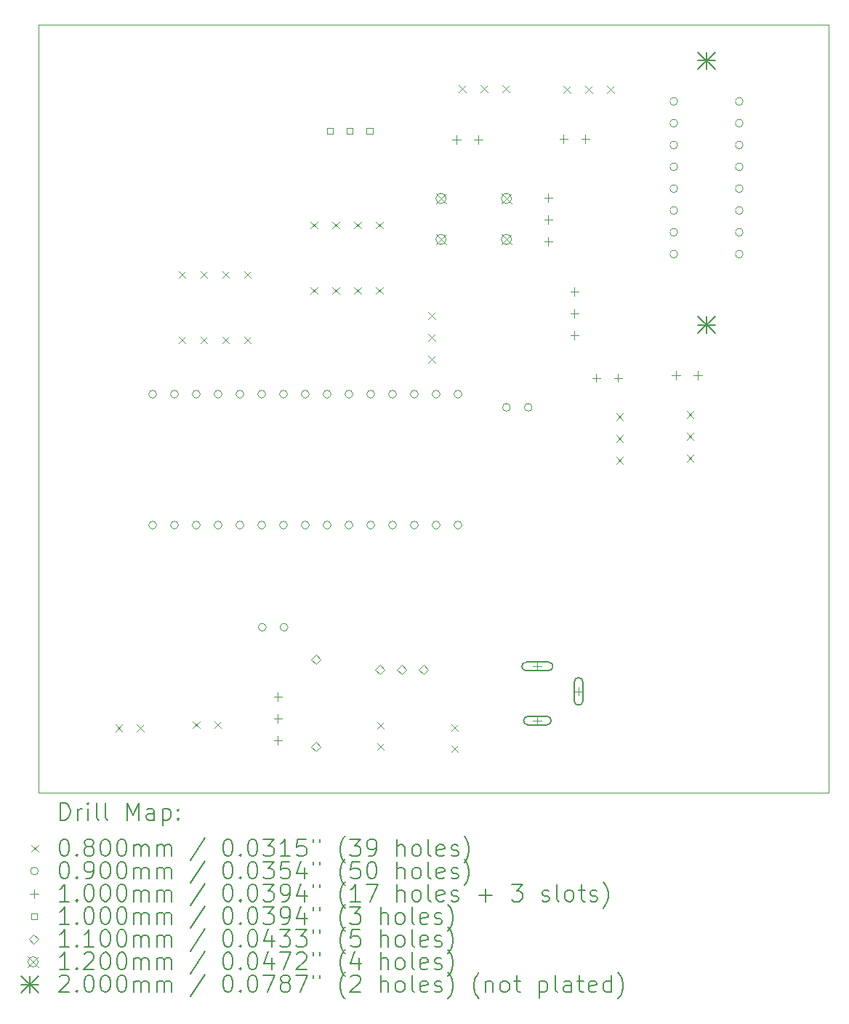
<source format=gbr>
%TF.GenerationSoftware,KiCad,Pcbnew,(6.0.7)*%
%TF.CreationDate,2023-04-20T22:54:40-04:00*%
%TF.ProjectId,NPN Tracer V2b,4e504e20-5472-4616-9365-72205632622e,rev?*%
%TF.SameCoordinates,Original*%
%TF.FileFunction,Drillmap*%
%TF.FilePolarity,Positive*%
%FSLAX45Y45*%
G04 Gerber Fmt 4.5, Leading zero omitted, Abs format (unit mm)*
G04 Created by KiCad (PCBNEW (6.0.7)) date 2023-04-20 22:54:40*
%MOMM*%
%LPD*%
G01*
G04 APERTURE LIST*
%ADD10C,0.100000*%
%ADD11C,0.200000*%
%ADD12C,0.080000*%
%ADD13C,0.090000*%
%ADD14C,0.110000*%
%ADD15C,0.120000*%
G04 APERTURE END LIST*
D10*
X5276850Y-15462250D02*
X14478000Y-15462250D01*
X14478000Y-15462250D02*
X14478000Y-6521450D01*
X14478000Y-6521450D02*
X5276850Y-6521450D01*
X5276850Y-6521450D02*
X5276850Y-15462250D01*
D11*
D12*
X6171950Y-14666600D02*
X6251950Y-14746600D01*
X6251950Y-14666600D02*
X6171950Y-14746600D01*
X6421950Y-14666600D02*
X6501950Y-14746600D01*
X6501950Y-14666600D02*
X6421950Y-14746600D01*
X6907900Y-9387300D02*
X6987900Y-9467300D01*
X6987900Y-9387300D02*
X6907900Y-9467300D01*
X6907900Y-10149300D02*
X6987900Y-10229300D01*
X6987900Y-10149300D02*
X6907900Y-10229300D01*
X7072000Y-14628500D02*
X7152000Y-14708500D01*
X7152000Y-14628500D02*
X7072000Y-14708500D01*
X7161900Y-9387300D02*
X7241900Y-9467300D01*
X7241900Y-9387300D02*
X7161900Y-9467300D01*
X7161900Y-10149300D02*
X7241900Y-10229300D01*
X7241900Y-10149300D02*
X7161900Y-10229300D01*
X7322000Y-14628500D02*
X7402000Y-14708500D01*
X7402000Y-14628500D02*
X7322000Y-14708500D01*
X7415900Y-9387300D02*
X7495900Y-9467300D01*
X7495900Y-9387300D02*
X7415900Y-9467300D01*
X7415900Y-10149300D02*
X7495900Y-10229300D01*
X7495900Y-10149300D02*
X7415900Y-10229300D01*
X7669900Y-9387300D02*
X7749900Y-9467300D01*
X7749900Y-9387300D02*
X7669900Y-9467300D01*
X7669900Y-10149300D02*
X7749900Y-10229300D01*
X7749900Y-10149300D02*
X7669900Y-10229300D01*
X8443600Y-8811900D02*
X8523600Y-8891900D01*
X8523600Y-8811900D02*
X8443600Y-8891900D01*
X8443600Y-9573900D02*
X8523600Y-9653900D01*
X8523600Y-9573900D02*
X8443600Y-9653900D01*
X8697600Y-8811900D02*
X8777600Y-8891900D01*
X8777600Y-8811900D02*
X8697600Y-8891900D01*
X8697600Y-9573900D02*
X8777600Y-9653900D01*
X8777600Y-9573900D02*
X8697600Y-9653900D01*
X8951600Y-8811900D02*
X9031600Y-8891900D01*
X9031600Y-8811900D02*
X8951600Y-8891900D01*
X8951600Y-9573900D02*
X9031600Y-9653900D01*
X9031600Y-9573900D02*
X8951600Y-9653900D01*
X9205600Y-8811900D02*
X9285600Y-8891900D01*
X9285600Y-8811900D02*
X9205600Y-8891900D01*
X9205600Y-9573900D02*
X9285600Y-9653900D01*
X9285600Y-9573900D02*
X9205600Y-9653900D01*
X9218300Y-14633885D02*
X9298300Y-14713885D01*
X9298300Y-14633885D02*
X9218300Y-14713885D01*
X9218300Y-14883885D02*
X9298300Y-14963885D01*
X9298300Y-14883885D02*
X9218300Y-14963885D01*
X9815200Y-9866000D02*
X9895200Y-9946000D01*
X9895200Y-9866000D02*
X9815200Y-9946000D01*
X9815200Y-10120000D02*
X9895200Y-10200000D01*
X9895200Y-10120000D02*
X9815200Y-10200000D01*
X9815200Y-10374000D02*
X9895200Y-10454000D01*
X9895200Y-10374000D02*
X9815200Y-10454000D01*
X10081900Y-14659285D02*
X10161900Y-14739285D01*
X10161900Y-14659285D02*
X10081900Y-14739285D01*
X10081900Y-14909285D02*
X10161900Y-14989285D01*
X10161900Y-14909285D02*
X10081900Y-14989285D01*
X10171800Y-7224400D02*
X10251800Y-7304400D01*
X10251800Y-7224400D02*
X10171800Y-7304400D01*
X10425800Y-7224400D02*
X10505800Y-7304400D01*
X10505800Y-7224400D02*
X10425800Y-7304400D01*
X10679800Y-7224400D02*
X10759800Y-7304400D01*
X10759800Y-7224400D02*
X10679800Y-7304400D01*
X11391000Y-7230750D02*
X11471000Y-7310750D01*
X11471000Y-7230750D02*
X11391000Y-7310750D01*
X11645000Y-7230750D02*
X11725000Y-7310750D01*
X11725000Y-7230750D02*
X11645000Y-7310750D01*
X11899000Y-7230750D02*
X11979000Y-7310750D01*
X11979000Y-7230750D02*
X11899000Y-7310750D01*
X12005950Y-11040750D02*
X12085950Y-11120750D01*
X12085950Y-11040750D02*
X12005950Y-11120750D01*
X12005950Y-11294750D02*
X12085950Y-11374750D01*
X12085950Y-11294750D02*
X12005950Y-11374750D01*
X12005950Y-11548750D02*
X12085950Y-11628750D01*
X12085950Y-11548750D02*
X12005950Y-11628750D01*
X12825100Y-11015350D02*
X12905100Y-11095350D01*
X12905100Y-11015350D02*
X12825100Y-11095350D01*
X12825100Y-11269350D02*
X12905100Y-11349350D01*
X12905100Y-11269350D02*
X12825100Y-11349350D01*
X12825100Y-11523350D02*
X12905100Y-11603350D01*
X12905100Y-11523350D02*
X12825100Y-11603350D01*
D13*
X6649000Y-10818950D02*
G75*
G03*
X6649000Y-10818950I-45000J0D01*
G01*
X6649000Y-12342950D02*
G75*
G03*
X6649000Y-12342950I-45000J0D01*
G01*
X6903000Y-10818950D02*
G75*
G03*
X6903000Y-10818950I-45000J0D01*
G01*
X6903000Y-12342950D02*
G75*
G03*
X6903000Y-12342950I-45000J0D01*
G01*
X7157000Y-10818950D02*
G75*
G03*
X7157000Y-10818950I-45000J0D01*
G01*
X7157000Y-12342950D02*
G75*
G03*
X7157000Y-12342950I-45000J0D01*
G01*
X7411000Y-10818950D02*
G75*
G03*
X7411000Y-10818950I-45000J0D01*
G01*
X7411000Y-12342950D02*
G75*
G03*
X7411000Y-12342950I-45000J0D01*
G01*
X7665000Y-10818950D02*
G75*
G03*
X7665000Y-10818950I-45000J0D01*
G01*
X7665000Y-12342950D02*
G75*
G03*
X7665000Y-12342950I-45000J0D01*
G01*
X7919000Y-10818950D02*
G75*
G03*
X7919000Y-10818950I-45000J0D01*
G01*
X7919000Y-12342950D02*
G75*
G03*
X7919000Y-12342950I-45000J0D01*
G01*
X7925850Y-13531850D02*
G75*
G03*
X7925850Y-13531850I-45000J0D01*
G01*
X8173000Y-10818950D02*
G75*
G03*
X8173000Y-10818950I-45000J0D01*
G01*
X8173000Y-12342950D02*
G75*
G03*
X8173000Y-12342950I-45000J0D01*
G01*
X8179850Y-13531850D02*
G75*
G03*
X8179850Y-13531850I-45000J0D01*
G01*
X8427000Y-10818950D02*
G75*
G03*
X8427000Y-10818950I-45000J0D01*
G01*
X8427000Y-12342950D02*
G75*
G03*
X8427000Y-12342950I-45000J0D01*
G01*
X8681000Y-10818950D02*
G75*
G03*
X8681000Y-10818950I-45000J0D01*
G01*
X8681000Y-12342950D02*
G75*
G03*
X8681000Y-12342950I-45000J0D01*
G01*
X8935000Y-10818950D02*
G75*
G03*
X8935000Y-10818950I-45000J0D01*
G01*
X8935000Y-12342950D02*
G75*
G03*
X8935000Y-12342950I-45000J0D01*
G01*
X9189000Y-10818950D02*
G75*
G03*
X9189000Y-10818950I-45000J0D01*
G01*
X9189000Y-12342950D02*
G75*
G03*
X9189000Y-12342950I-45000J0D01*
G01*
X9443000Y-10818950D02*
G75*
G03*
X9443000Y-10818950I-45000J0D01*
G01*
X9443000Y-12342950D02*
G75*
G03*
X9443000Y-12342950I-45000J0D01*
G01*
X9697000Y-10818950D02*
G75*
G03*
X9697000Y-10818950I-45000J0D01*
G01*
X9697000Y-12342950D02*
G75*
G03*
X9697000Y-12342950I-45000J0D01*
G01*
X9951000Y-10818950D02*
G75*
G03*
X9951000Y-10818950I-45000J0D01*
G01*
X9951000Y-12342950D02*
G75*
G03*
X9951000Y-12342950I-45000J0D01*
G01*
X10205000Y-10818950D02*
G75*
G03*
X10205000Y-10818950I-45000J0D01*
G01*
X10205000Y-12342950D02*
G75*
G03*
X10205000Y-12342950I-45000J0D01*
G01*
X10770150Y-10972800D02*
G75*
G03*
X10770150Y-10972800I-45000J0D01*
G01*
X11024150Y-10972800D02*
G75*
G03*
X11024150Y-10972800I-45000J0D01*
G01*
X12719600Y-7410450D02*
G75*
G03*
X12719600Y-7410450I-45000J0D01*
G01*
X12719600Y-7664450D02*
G75*
G03*
X12719600Y-7664450I-45000J0D01*
G01*
X12719600Y-7918450D02*
G75*
G03*
X12719600Y-7918450I-45000J0D01*
G01*
X12719600Y-8172450D02*
G75*
G03*
X12719600Y-8172450I-45000J0D01*
G01*
X12719600Y-8426450D02*
G75*
G03*
X12719600Y-8426450I-45000J0D01*
G01*
X12719600Y-8680450D02*
G75*
G03*
X12719600Y-8680450I-45000J0D01*
G01*
X12719600Y-8934450D02*
G75*
G03*
X12719600Y-8934450I-45000J0D01*
G01*
X12719600Y-9188450D02*
G75*
G03*
X12719600Y-9188450I-45000J0D01*
G01*
X13481600Y-7410450D02*
G75*
G03*
X13481600Y-7410450I-45000J0D01*
G01*
X13481600Y-7664450D02*
G75*
G03*
X13481600Y-7664450I-45000J0D01*
G01*
X13481600Y-7918450D02*
G75*
G03*
X13481600Y-7918450I-45000J0D01*
G01*
X13481600Y-8172450D02*
G75*
G03*
X13481600Y-8172450I-45000J0D01*
G01*
X13481600Y-8426450D02*
G75*
G03*
X13481600Y-8426450I-45000J0D01*
G01*
X13481600Y-8680450D02*
G75*
G03*
X13481600Y-8680450I-45000J0D01*
G01*
X13481600Y-8934450D02*
G75*
G03*
X13481600Y-8934450I-45000J0D01*
G01*
X13481600Y-9188450D02*
G75*
G03*
X13481600Y-9188450I-45000J0D01*
G01*
D10*
X8064500Y-14289800D02*
X8064500Y-14389800D01*
X8014500Y-14339800D02*
X8114500Y-14339800D01*
X8064500Y-14543800D02*
X8064500Y-14643800D01*
X8014500Y-14593800D02*
X8114500Y-14593800D01*
X8064500Y-14797800D02*
X8064500Y-14897800D01*
X8014500Y-14847800D02*
X8114500Y-14847800D01*
X10140950Y-7804950D02*
X10140950Y-7904950D01*
X10090950Y-7854950D02*
X10190950Y-7854950D01*
X10394950Y-7804950D02*
X10394950Y-7904950D01*
X10344950Y-7854950D02*
X10444950Y-7854950D01*
X11085600Y-13939050D02*
X11085600Y-14039050D01*
X11035600Y-13989050D02*
X11135600Y-13989050D01*
D11*
X10955600Y-14039050D02*
X11215600Y-14039050D01*
X10955600Y-13939050D02*
X11215600Y-13939050D01*
X11215600Y-14039050D02*
G75*
G03*
X11215600Y-13939050I0J50000D01*
G01*
X10955600Y-13939050D02*
G75*
G03*
X10955600Y-14039050I0J-50000D01*
G01*
D10*
X11085600Y-14569050D02*
X11085600Y-14669050D01*
X11035600Y-14619050D02*
X11135600Y-14619050D01*
D11*
X10975600Y-14669050D02*
X11195600Y-14669050D01*
X10975600Y-14569050D02*
X11195600Y-14569050D01*
X11195600Y-14669050D02*
G75*
G03*
X11195600Y-14569050I0J50000D01*
G01*
X10975600Y-14569050D02*
G75*
G03*
X10975600Y-14669050I0J-50000D01*
G01*
D10*
X11214100Y-8484400D02*
X11214100Y-8584400D01*
X11164100Y-8534400D02*
X11264100Y-8534400D01*
X11214100Y-8738400D02*
X11214100Y-8838400D01*
X11164100Y-8788400D02*
X11264100Y-8788400D01*
X11214100Y-8992400D02*
X11214100Y-9092400D01*
X11164100Y-9042400D02*
X11264100Y-9042400D01*
X11391900Y-7798600D02*
X11391900Y-7898600D01*
X11341900Y-7848600D02*
X11441900Y-7848600D01*
X11518900Y-9575100D02*
X11518900Y-9675100D01*
X11468900Y-9625100D02*
X11568900Y-9625100D01*
X11518900Y-9829100D02*
X11518900Y-9929100D01*
X11468900Y-9879100D02*
X11568900Y-9879100D01*
X11518900Y-10083100D02*
X11518900Y-10183100D01*
X11468900Y-10133100D02*
X11568900Y-10133100D01*
X11565600Y-14229050D02*
X11565600Y-14329050D01*
X11515600Y-14279050D02*
X11615600Y-14279050D01*
D11*
X11515600Y-14169050D02*
X11515600Y-14389050D01*
X11615600Y-14169050D02*
X11615600Y-14389050D01*
X11515600Y-14389050D02*
G75*
G03*
X11615600Y-14389050I50000J0D01*
G01*
X11615600Y-14169050D02*
G75*
G03*
X11515600Y-14169050I-50000J0D01*
G01*
D10*
X11645900Y-7798600D02*
X11645900Y-7898600D01*
X11595900Y-7848600D02*
X11695900Y-7848600D01*
X11772400Y-10579900D02*
X11772400Y-10679900D01*
X11722400Y-10629900D02*
X11822400Y-10629900D01*
X12026400Y-10579900D02*
X12026400Y-10679900D01*
X11976400Y-10629900D02*
X12076400Y-10629900D01*
X12700000Y-10548150D02*
X12700000Y-10648150D01*
X12650000Y-10598150D02*
X12750000Y-10598150D01*
X12954000Y-10548150D02*
X12954000Y-10648150D01*
X12904000Y-10598150D02*
X13004000Y-10598150D01*
X8706306Y-7789656D02*
X8706306Y-7718944D01*
X8635594Y-7718944D01*
X8635594Y-7789656D01*
X8706306Y-7789656D01*
X8936306Y-7789656D02*
X8936306Y-7718944D01*
X8865594Y-7718944D01*
X8865594Y-7789656D01*
X8936306Y-7789656D01*
X9166306Y-7789656D02*
X9166306Y-7718944D01*
X9095594Y-7718944D01*
X9095594Y-7789656D01*
X9166306Y-7789656D01*
D14*
X8509000Y-13961500D02*
X8564000Y-13906500D01*
X8509000Y-13851500D01*
X8454000Y-13906500D01*
X8509000Y-13961500D01*
X8509000Y-14977500D02*
X8564000Y-14922500D01*
X8509000Y-14867500D01*
X8454000Y-14922500D01*
X8509000Y-14977500D01*
X9251950Y-14082150D02*
X9306950Y-14027150D01*
X9251950Y-13972150D01*
X9196950Y-14027150D01*
X9251950Y-14082150D01*
X9505950Y-14082150D02*
X9560950Y-14027150D01*
X9505950Y-13972150D01*
X9450950Y-14027150D01*
X9505950Y-14082150D01*
X9759950Y-14082150D02*
X9814950Y-14027150D01*
X9759950Y-13972150D01*
X9704950Y-14027150D01*
X9759950Y-14082150D01*
D15*
X9903150Y-8480750D02*
X10023150Y-8600750D01*
X10023150Y-8480750D02*
X9903150Y-8600750D01*
X10023150Y-8540750D02*
G75*
G03*
X10023150Y-8540750I-60000J0D01*
G01*
X9903150Y-8957000D02*
X10023150Y-9077000D01*
X10023150Y-8957000D02*
X9903150Y-9077000D01*
X10023150Y-9017000D02*
G75*
G03*
X10023150Y-9017000I-60000J0D01*
G01*
X10665150Y-8480750D02*
X10785150Y-8600750D01*
X10785150Y-8480750D02*
X10665150Y-8600750D01*
X10785150Y-8540750D02*
G75*
G03*
X10785150Y-8540750I-60000J0D01*
G01*
X10665150Y-8957000D02*
X10785150Y-9077000D01*
X10785150Y-8957000D02*
X10665150Y-9077000D01*
X10785150Y-9017000D02*
G75*
G03*
X10785150Y-9017000I-60000J0D01*
G01*
D11*
X12955600Y-6837450D02*
X13155600Y-7037450D01*
X13155600Y-6837450D02*
X12955600Y-7037450D01*
X13055600Y-6837450D02*
X13055600Y-7037450D01*
X12955600Y-6937450D02*
X13155600Y-6937450D01*
X12955600Y-9911450D02*
X13155600Y-10111450D01*
X13155600Y-9911450D02*
X12955600Y-10111450D01*
X13055600Y-9911450D02*
X13055600Y-10111450D01*
X12955600Y-10011450D02*
X13155600Y-10011450D01*
X5529469Y-15777726D02*
X5529469Y-15577726D01*
X5577088Y-15577726D01*
X5605659Y-15587250D01*
X5624707Y-15606298D01*
X5634231Y-15625345D01*
X5643755Y-15663440D01*
X5643755Y-15692012D01*
X5634231Y-15730107D01*
X5624707Y-15749155D01*
X5605659Y-15768202D01*
X5577088Y-15777726D01*
X5529469Y-15777726D01*
X5729469Y-15777726D02*
X5729469Y-15644393D01*
X5729469Y-15682488D02*
X5738993Y-15663440D01*
X5748517Y-15653917D01*
X5767564Y-15644393D01*
X5786612Y-15644393D01*
X5853278Y-15777726D02*
X5853278Y-15644393D01*
X5853278Y-15577726D02*
X5843755Y-15587250D01*
X5853278Y-15596774D01*
X5862802Y-15587250D01*
X5853278Y-15577726D01*
X5853278Y-15596774D01*
X5977088Y-15777726D02*
X5958040Y-15768202D01*
X5948517Y-15749155D01*
X5948517Y-15577726D01*
X6081850Y-15777726D02*
X6062802Y-15768202D01*
X6053278Y-15749155D01*
X6053278Y-15577726D01*
X6310421Y-15777726D02*
X6310421Y-15577726D01*
X6377088Y-15720583D01*
X6443755Y-15577726D01*
X6443755Y-15777726D01*
X6624707Y-15777726D02*
X6624707Y-15672964D01*
X6615183Y-15653917D01*
X6596136Y-15644393D01*
X6558040Y-15644393D01*
X6538993Y-15653917D01*
X6624707Y-15768202D02*
X6605659Y-15777726D01*
X6558040Y-15777726D01*
X6538993Y-15768202D01*
X6529469Y-15749155D01*
X6529469Y-15730107D01*
X6538993Y-15711059D01*
X6558040Y-15701536D01*
X6605659Y-15701536D01*
X6624707Y-15692012D01*
X6719945Y-15644393D02*
X6719945Y-15844393D01*
X6719945Y-15653917D02*
X6738993Y-15644393D01*
X6777088Y-15644393D01*
X6796136Y-15653917D01*
X6805659Y-15663440D01*
X6815183Y-15682488D01*
X6815183Y-15739631D01*
X6805659Y-15758678D01*
X6796136Y-15768202D01*
X6777088Y-15777726D01*
X6738993Y-15777726D01*
X6719945Y-15768202D01*
X6900898Y-15758678D02*
X6910421Y-15768202D01*
X6900898Y-15777726D01*
X6891374Y-15768202D01*
X6900898Y-15758678D01*
X6900898Y-15777726D01*
X6900898Y-15653917D02*
X6910421Y-15663440D01*
X6900898Y-15672964D01*
X6891374Y-15663440D01*
X6900898Y-15653917D01*
X6900898Y-15672964D01*
D12*
X5191850Y-16067250D02*
X5271850Y-16147250D01*
X5271850Y-16067250D02*
X5191850Y-16147250D01*
D11*
X5567564Y-15997726D02*
X5586612Y-15997726D01*
X5605659Y-16007250D01*
X5615183Y-16016774D01*
X5624707Y-16035821D01*
X5634231Y-16073917D01*
X5634231Y-16121536D01*
X5624707Y-16159631D01*
X5615183Y-16178678D01*
X5605659Y-16188202D01*
X5586612Y-16197726D01*
X5567564Y-16197726D01*
X5548517Y-16188202D01*
X5538993Y-16178678D01*
X5529469Y-16159631D01*
X5519945Y-16121536D01*
X5519945Y-16073917D01*
X5529469Y-16035821D01*
X5538993Y-16016774D01*
X5548517Y-16007250D01*
X5567564Y-15997726D01*
X5719945Y-16178678D02*
X5729469Y-16188202D01*
X5719945Y-16197726D01*
X5710421Y-16188202D01*
X5719945Y-16178678D01*
X5719945Y-16197726D01*
X5843755Y-16083440D02*
X5824707Y-16073917D01*
X5815183Y-16064393D01*
X5805659Y-16045345D01*
X5805659Y-16035821D01*
X5815183Y-16016774D01*
X5824707Y-16007250D01*
X5843755Y-15997726D01*
X5881850Y-15997726D01*
X5900898Y-16007250D01*
X5910421Y-16016774D01*
X5919945Y-16035821D01*
X5919945Y-16045345D01*
X5910421Y-16064393D01*
X5900898Y-16073917D01*
X5881850Y-16083440D01*
X5843755Y-16083440D01*
X5824707Y-16092964D01*
X5815183Y-16102488D01*
X5805659Y-16121536D01*
X5805659Y-16159631D01*
X5815183Y-16178678D01*
X5824707Y-16188202D01*
X5843755Y-16197726D01*
X5881850Y-16197726D01*
X5900898Y-16188202D01*
X5910421Y-16178678D01*
X5919945Y-16159631D01*
X5919945Y-16121536D01*
X5910421Y-16102488D01*
X5900898Y-16092964D01*
X5881850Y-16083440D01*
X6043755Y-15997726D02*
X6062802Y-15997726D01*
X6081850Y-16007250D01*
X6091374Y-16016774D01*
X6100898Y-16035821D01*
X6110421Y-16073917D01*
X6110421Y-16121536D01*
X6100898Y-16159631D01*
X6091374Y-16178678D01*
X6081850Y-16188202D01*
X6062802Y-16197726D01*
X6043755Y-16197726D01*
X6024707Y-16188202D01*
X6015183Y-16178678D01*
X6005659Y-16159631D01*
X5996136Y-16121536D01*
X5996136Y-16073917D01*
X6005659Y-16035821D01*
X6015183Y-16016774D01*
X6024707Y-16007250D01*
X6043755Y-15997726D01*
X6234231Y-15997726D02*
X6253278Y-15997726D01*
X6272326Y-16007250D01*
X6281850Y-16016774D01*
X6291374Y-16035821D01*
X6300898Y-16073917D01*
X6300898Y-16121536D01*
X6291374Y-16159631D01*
X6281850Y-16178678D01*
X6272326Y-16188202D01*
X6253278Y-16197726D01*
X6234231Y-16197726D01*
X6215183Y-16188202D01*
X6205659Y-16178678D01*
X6196136Y-16159631D01*
X6186612Y-16121536D01*
X6186612Y-16073917D01*
X6196136Y-16035821D01*
X6205659Y-16016774D01*
X6215183Y-16007250D01*
X6234231Y-15997726D01*
X6386612Y-16197726D02*
X6386612Y-16064393D01*
X6386612Y-16083440D02*
X6396136Y-16073917D01*
X6415183Y-16064393D01*
X6443755Y-16064393D01*
X6462802Y-16073917D01*
X6472326Y-16092964D01*
X6472326Y-16197726D01*
X6472326Y-16092964D02*
X6481850Y-16073917D01*
X6500898Y-16064393D01*
X6529469Y-16064393D01*
X6548517Y-16073917D01*
X6558040Y-16092964D01*
X6558040Y-16197726D01*
X6653278Y-16197726D02*
X6653278Y-16064393D01*
X6653278Y-16083440D02*
X6662802Y-16073917D01*
X6681850Y-16064393D01*
X6710421Y-16064393D01*
X6729469Y-16073917D01*
X6738993Y-16092964D01*
X6738993Y-16197726D01*
X6738993Y-16092964D02*
X6748517Y-16073917D01*
X6767564Y-16064393D01*
X6796136Y-16064393D01*
X6815183Y-16073917D01*
X6824707Y-16092964D01*
X6824707Y-16197726D01*
X7215183Y-15988202D02*
X7043755Y-16245345D01*
X7472326Y-15997726D02*
X7491374Y-15997726D01*
X7510421Y-16007250D01*
X7519945Y-16016774D01*
X7529469Y-16035821D01*
X7538993Y-16073917D01*
X7538993Y-16121536D01*
X7529469Y-16159631D01*
X7519945Y-16178678D01*
X7510421Y-16188202D01*
X7491374Y-16197726D01*
X7472326Y-16197726D01*
X7453278Y-16188202D01*
X7443755Y-16178678D01*
X7434231Y-16159631D01*
X7424707Y-16121536D01*
X7424707Y-16073917D01*
X7434231Y-16035821D01*
X7443755Y-16016774D01*
X7453278Y-16007250D01*
X7472326Y-15997726D01*
X7624707Y-16178678D02*
X7634231Y-16188202D01*
X7624707Y-16197726D01*
X7615183Y-16188202D01*
X7624707Y-16178678D01*
X7624707Y-16197726D01*
X7758040Y-15997726D02*
X7777088Y-15997726D01*
X7796136Y-16007250D01*
X7805659Y-16016774D01*
X7815183Y-16035821D01*
X7824707Y-16073917D01*
X7824707Y-16121536D01*
X7815183Y-16159631D01*
X7805659Y-16178678D01*
X7796136Y-16188202D01*
X7777088Y-16197726D01*
X7758040Y-16197726D01*
X7738993Y-16188202D01*
X7729469Y-16178678D01*
X7719945Y-16159631D01*
X7710421Y-16121536D01*
X7710421Y-16073917D01*
X7719945Y-16035821D01*
X7729469Y-16016774D01*
X7738993Y-16007250D01*
X7758040Y-15997726D01*
X7891374Y-15997726D02*
X8015183Y-15997726D01*
X7948517Y-16073917D01*
X7977088Y-16073917D01*
X7996136Y-16083440D01*
X8005659Y-16092964D01*
X8015183Y-16112012D01*
X8015183Y-16159631D01*
X8005659Y-16178678D01*
X7996136Y-16188202D01*
X7977088Y-16197726D01*
X7919945Y-16197726D01*
X7900898Y-16188202D01*
X7891374Y-16178678D01*
X8205659Y-16197726D02*
X8091374Y-16197726D01*
X8148517Y-16197726D02*
X8148517Y-15997726D01*
X8129469Y-16026298D01*
X8110421Y-16045345D01*
X8091374Y-16054869D01*
X8386612Y-15997726D02*
X8291374Y-15997726D01*
X8281850Y-16092964D01*
X8291374Y-16083440D01*
X8310421Y-16073917D01*
X8358040Y-16073917D01*
X8377088Y-16083440D01*
X8386612Y-16092964D01*
X8396136Y-16112012D01*
X8396136Y-16159631D01*
X8386612Y-16178678D01*
X8377088Y-16188202D01*
X8358040Y-16197726D01*
X8310421Y-16197726D01*
X8291374Y-16188202D01*
X8281850Y-16178678D01*
X8472326Y-15997726D02*
X8472326Y-16035821D01*
X8548517Y-15997726D02*
X8548517Y-16035821D01*
X8843755Y-16273917D02*
X8834231Y-16264393D01*
X8815183Y-16235821D01*
X8805660Y-16216774D01*
X8796136Y-16188202D01*
X8786612Y-16140583D01*
X8786612Y-16102488D01*
X8796136Y-16054869D01*
X8805660Y-16026298D01*
X8815183Y-16007250D01*
X8834231Y-15978678D01*
X8843755Y-15969155D01*
X8900898Y-15997726D02*
X9024707Y-15997726D01*
X8958040Y-16073917D01*
X8986612Y-16073917D01*
X9005660Y-16083440D01*
X9015183Y-16092964D01*
X9024707Y-16112012D01*
X9024707Y-16159631D01*
X9015183Y-16178678D01*
X9005660Y-16188202D01*
X8986612Y-16197726D01*
X8929469Y-16197726D01*
X8910421Y-16188202D01*
X8900898Y-16178678D01*
X9119945Y-16197726D02*
X9158040Y-16197726D01*
X9177088Y-16188202D01*
X9186612Y-16178678D01*
X9205660Y-16150107D01*
X9215183Y-16112012D01*
X9215183Y-16035821D01*
X9205660Y-16016774D01*
X9196136Y-16007250D01*
X9177088Y-15997726D01*
X9138993Y-15997726D01*
X9119945Y-16007250D01*
X9110421Y-16016774D01*
X9100898Y-16035821D01*
X9100898Y-16083440D01*
X9110421Y-16102488D01*
X9119945Y-16112012D01*
X9138993Y-16121536D01*
X9177088Y-16121536D01*
X9196136Y-16112012D01*
X9205660Y-16102488D01*
X9215183Y-16083440D01*
X9453279Y-16197726D02*
X9453279Y-15997726D01*
X9538993Y-16197726D02*
X9538993Y-16092964D01*
X9529469Y-16073917D01*
X9510421Y-16064393D01*
X9481850Y-16064393D01*
X9462802Y-16073917D01*
X9453279Y-16083440D01*
X9662802Y-16197726D02*
X9643755Y-16188202D01*
X9634231Y-16178678D01*
X9624707Y-16159631D01*
X9624707Y-16102488D01*
X9634231Y-16083440D01*
X9643755Y-16073917D01*
X9662802Y-16064393D01*
X9691374Y-16064393D01*
X9710421Y-16073917D01*
X9719945Y-16083440D01*
X9729469Y-16102488D01*
X9729469Y-16159631D01*
X9719945Y-16178678D01*
X9710421Y-16188202D01*
X9691374Y-16197726D01*
X9662802Y-16197726D01*
X9843755Y-16197726D02*
X9824707Y-16188202D01*
X9815183Y-16169155D01*
X9815183Y-15997726D01*
X9996136Y-16188202D02*
X9977088Y-16197726D01*
X9938993Y-16197726D01*
X9919945Y-16188202D01*
X9910421Y-16169155D01*
X9910421Y-16092964D01*
X9919945Y-16073917D01*
X9938993Y-16064393D01*
X9977088Y-16064393D01*
X9996136Y-16073917D01*
X10005660Y-16092964D01*
X10005660Y-16112012D01*
X9910421Y-16131059D01*
X10081850Y-16188202D02*
X10100898Y-16197726D01*
X10138993Y-16197726D01*
X10158040Y-16188202D01*
X10167564Y-16169155D01*
X10167564Y-16159631D01*
X10158040Y-16140583D01*
X10138993Y-16131059D01*
X10110421Y-16131059D01*
X10091374Y-16121536D01*
X10081850Y-16102488D01*
X10081850Y-16092964D01*
X10091374Y-16073917D01*
X10110421Y-16064393D01*
X10138993Y-16064393D01*
X10158040Y-16073917D01*
X10234231Y-16273917D02*
X10243755Y-16264393D01*
X10262802Y-16235821D01*
X10272326Y-16216774D01*
X10281850Y-16188202D01*
X10291374Y-16140583D01*
X10291374Y-16102488D01*
X10281850Y-16054869D01*
X10272326Y-16026298D01*
X10262802Y-16007250D01*
X10243755Y-15978678D01*
X10234231Y-15969155D01*
D13*
X5271850Y-16371250D02*
G75*
G03*
X5271850Y-16371250I-45000J0D01*
G01*
D11*
X5567564Y-16261726D02*
X5586612Y-16261726D01*
X5605659Y-16271250D01*
X5615183Y-16280774D01*
X5624707Y-16299821D01*
X5634231Y-16337917D01*
X5634231Y-16385536D01*
X5624707Y-16423631D01*
X5615183Y-16442678D01*
X5605659Y-16452202D01*
X5586612Y-16461726D01*
X5567564Y-16461726D01*
X5548517Y-16452202D01*
X5538993Y-16442678D01*
X5529469Y-16423631D01*
X5519945Y-16385536D01*
X5519945Y-16337917D01*
X5529469Y-16299821D01*
X5538993Y-16280774D01*
X5548517Y-16271250D01*
X5567564Y-16261726D01*
X5719945Y-16442678D02*
X5729469Y-16452202D01*
X5719945Y-16461726D01*
X5710421Y-16452202D01*
X5719945Y-16442678D01*
X5719945Y-16461726D01*
X5824707Y-16461726D02*
X5862802Y-16461726D01*
X5881850Y-16452202D01*
X5891374Y-16442678D01*
X5910421Y-16414107D01*
X5919945Y-16376012D01*
X5919945Y-16299821D01*
X5910421Y-16280774D01*
X5900898Y-16271250D01*
X5881850Y-16261726D01*
X5843755Y-16261726D01*
X5824707Y-16271250D01*
X5815183Y-16280774D01*
X5805659Y-16299821D01*
X5805659Y-16347440D01*
X5815183Y-16366488D01*
X5824707Y-16376012D01*
X5843755Y-16385536D01*
X5881850Y-16385536D01*
X5900898Y-16376012D01*
X5910421Y-16366488D01*
X5919945Y-16347440D01*
X6043755Y-16261726D02*
X6062802Y-16261726D01*
X6081850Y-16271250D01*
X6091374Y-16280774D01*
X6100898Y-16299821D01*
X6110421Y-16337917D01*
X6110421Y-16385536D01*
X6100898Y-16423631D01*
X6091374Y-16442678D01*
X6081850Y-16452202D01*
X6062802Y-16461726D01*
X6043755Y-16461726D01*
X6024707Y-16452202D01*
X6015183Y-16442678D01*
X6005659Y-16423631D01*
X5996136Y-16385536D01*
X5996136Y-16337917D01*
X6005659Y-16299821D01*
X6015183Y-16280774D01*
X6024707Y-16271250D01*
X6043755Y-16261726D01*
X6234231Y-16261726D02*
X6253278Y-16261726D01*
X6272326Y-16271250D01*
X6281850Y-16280774D01*
X6291374Y-16299821D01*
X6300898Y-16337917D01*
X6300898Y-16385536D01*
X6291374Y-16423631D01*
X6281850Y-16442678D01*
X6272326Y-16452202D01*
X6253278Y-16461726D01*
X6234231Y-16461726D01*
X6215183Y-16452202D01*
X6205659Y-16442678D01*
X6196136Y-16423631D01*
X6186612Y-16385536D01*
X6186612Y-16337917D01*
X6196136Y-16299821D01*
X6205659Y-16280774D01*
X6215183Y-16271250D01*
X6234231Y-16261726D01*
X6386612Y-16461726D02*
X6386612Y-16328393D01*
X6386612Y-16347440D02*
X6396136Y-16337917D01*
X6415183Y-16328393D01*
X6443755Y-16328393D01*
X6462802Y-16337917D01*
X6472326Y-16356964D01*
X6472326Y-16461726D01*
X6472326Y-16356964D02*
X6481850Y-16337917D01*
X6500898Y-16328393D01*
X6529469Y-16328393D01*
X6548517Y-16337917D01*
X6558040Y-16356964D01*
X6558040Y-16461726D01*
X6653278Y-16461726D02*
X6653278Y-16328393D01*
X6653278Y-16347440D02*
X6662802Y-16337917D01*
X6681850Y-16328393D01*
X6710421Y-16328393D01*
X6729469Y-16337917D01*
X6738993Y-16356964D01*
X6738993Y-16461726D01*
X6738993Y-16356964D02*
X6748517Y-16337917D01*
X6767564Y-16328393D01*
X6796136Y-16328393D01*
X6815183Y-16337917D01*
X6824707Y-16356964D01*
X6824707Y-16461726D01*
X7215183Y-16252202D02*
X7043755Y-16509345D01*
X7472326Y-16261726D02*
X7491374Y-16261726D01*
X7510421Y-16271250D01*
X7519945Y-16280774D01*
X7529469Y-16299821D01*
X7538993Y-16337917D01*
X7538993Y-16385536D01*
X7529469Y-16423631D01*
X7519945Y-16442678D01*
X7510421Y-16452202D01*
X7491374Y-16461726D01*
X7472326Y-16461726D01*
X7453278Y-16452202D01*
X7443755Y-16442678D01*
X7434231Y-16423631D01*
X7424707Y-16385536D01*
X7424707Y-16337917D01*
X7434231Y-16299821D01*
X7443755Y-16280774D01*
X7453278Y-16271250D01*
X7472326Y-16261726D01*
X7624707Y-16442678D02*
X7634231Y-16452202D01*
X7624707Y-16461726D01*
X7615183Y-16452202D01*
X7624707Y-16442678D01*
X7624707Y-16461726D01*
X7758040Y-16261726D02*
X7777088Y-16261726D01*
X7796136Y-16271250D01*
X7805659Y-16280774D01*
X7815183Y-16299821D01*
X7824707Y-16337917D01*
X7824707Y-16385536D01*
X7815183Y-16423631D01*
X7805659Y-16442678D01*
X7796136Y-16452202D01*
X7777088Y-16461726D01*
X7758040Y-16461726D01*
X7738993Y-16452202D01*
X7729469Y-16442678D01*
X7719945Y-16423631D01*
X7710421Y-16385536D01*
X7710421Y-16337917D01*
X7719945Y-16299821D01*
X7729469Y-16280774D01*
X7738993Y-16271250D01*
X7758040Y-16261726D01*
X7891374Y-16261726D02*
X8015183Y-16261726D01*
X7948517Y-16337917D01*
X7977088Y-16337917D01*
X7996136Y-16347440D01*
X8005659Y-16356964D01*
X8015183Y-16376012D01*
X8015183Y-16423631D01*
X8005659Y-16442678D01*
X7996136Y-16452202D01*
X7977088Y-16461726D01*
X7919945Y-16461726D01*
X7900898Y-16452202D01*
X7891374Y-16442678D01*
X8196136Y-16261726D02*
X8100898Y-16261726D01*
X8091374Y-16356964D01*
X8100898Y-16347440D01*
X8119945Y-16337917D01*
X8167564Y-16337917D01*
X8186612Y-16347440D01*
X8196136Y-16356964D01*
X8205659Y-16376012D01*
X8205659Y-16423631D01*
X8196136Y-16442678D01*
X8186612Y-16452202D01*
X8167564Y-16461726D01*
X8119945Y-16461726D01*
X8100898Y-16452202D01*
X8091374Y-16442678D01*
X8377088Y-16328393D02*
X8377088Y-16461726D01*
X8329469Y-16252202D02*
X8281850Y-16395059D01*
X8405660Y-16395059D01*
X8472326Y-16261726D02*
X8472326Y-16299821D01*
X8548517Y-16261726D02*
X8548517Y-16299821D01*
X8843755Y-16537917D02*
X8834231Y-16528393D01*
X8815183Y-16499821D01*
X8805660Y-16480774D01*
X8796136Y-16452202D01*
X8786612Y-16404583D01*
X8786612Y-16366488D01*
X8796136Y-16318869D01*
X8805660Y-16290298D01*
X8815183Y-16271250D01*
X8834231Y-16242678D01*
X8843755Y-16233155D01*
X9015183Y-16261726D02*
X8919945Y-16261726D01*
X8910421Y-16356964D01*
X8919945Y-16347440D01*
X8938993Y-16337917D01*
X8986612Y-16337917D01*
X9005660Y-16347440D01*
X9015183Y-16356964D01*
X9024707Y-16376012D01*
X9024707Y-16423631D01*
X9015183Y-16442678D01*
X9005660Y-16452202D01*
X8986612Y-16461726D01*
X8938993Y-16461726D01*
X8919945Y-16452202D01*
X8910421Y-16442678D01*
X9148517Y-16261726D02*
X9167564Y-16261726D01*
X9186612Y-16271250D01*
X9196136Y-16280774D01*
X9205660Y-16299821D01*
X9215183Y-16337917D01*
X9215183Y-16385536D01*
X9205660Y-16423631D01*
X9196136Y-16442678D01*
X9186612Y-16452202D01*
X9167564Y-16461726D01*
X9148517Y-16461726D01*
X9129469Y-16452202D01*
X9119945Y-16442678D01*
X9110421Y-16423631D01*
X9100898Y-16385536D01*
X9100898Y-16337917D01*
X9110421Y-16299821D01*
X9119945Y-16280774D01*
X9129469Y-16271250D01*
X9148517Y-16261726D01*
X9453279Y-16461726D02*
X9453279Y-16261726D01*
X9538993Y-16461726D02*
X9538993Y-16356964D01*
X9529469Y-16337917D01*
X9510421Y-16328393D01*
X9481850Y-16328393D01*
X9462802Y-16337917D01*
X9453279Y-16347440D01*
X9662802Y-16461726D02*
X9643755Y-16452202D01*
X9634231Y-16442678D01*
X9624707Y-16423631D01*
X9624707Y-16366488D01*
X9634231Y-16347440D01*
X9643755Y-16337917D01*
X9662802Y-16328393D01*
X9691374Y-16328393D01*
X9710421Y-16337917D01*
X9719945Y-16347440D01*
X9729469Y-16366488D01*
X9729469Y-16423631D01*
X9719945Y-16442678D01*
X9710421Y-16452202D01*
X9691374Y-16461726D01*
X9662802Y-16461726D01*
X9843755Y-16461726D02*
X9824707Y-16452202D01*
X9815183Y-16433155D01*
X9815183Y-16261726D01*
X9996136Y-16452202D02*
X9977088Y-16461726D01*
X9938993Y-16461726D01*
X9919945Y-16452202D01*
X9910421Y-16433155D01*
X9910421Y-16356964D01*
X9919945Y-16337917D01*
X9938993Y-16328393D01*
X9977088Y-16328393D01*
X9996136Y-16337917D01*
X10005660Y-16356964D01*
X10005660Y-16376012D01*
X9910421Y-16395059D01*
X10081850Y-16452202D02*
X10100898Y-16461726D01*
X10138993Y-16461726D01*
X10158040Y-16452202D01*
X10167564Y-16433155D01*
X10167564Y-16423631D01*
X10158040Y-16404583D01*
X10138993Y-16395059D01*
X10110421Y-16395059D01*
X10091374Y-16385536D01*
X10081850Y-16366488D01*
X10081850Y-16356964D01*
X10091374Y-16337917D01*
X10110421Y-16328393D01*
X10138993Y-16328393D01*
X10158040Y-16337917D01*
X10234231Y-16537917D02*
X10243755Y-16528393D01*
X10262802Y-16499821D01*
X10272326Y-16480774D01*
X10281850Y-16452202D01*
X10291374Y-16404583D01*
X10291374Y-16366488D01*
X10281850Y-16318869D01*
X10272326Y-16290298D01*
X10262802Y-16271250D01*
X10243755Y-16242678D01*
X10234231Y-16233155D01*
D10*
X5221850Y-16585250D02*
X5221850Y-16685250D01*
X5171850Y-16635250D02*
X5271850Y-16635250D01*
D11*
X5634231Y-16725726D02*
X5519945Y-16725726D01*
X5577088Y-16725726D02*
X5577088Y-16525726D01*
X5558040Y-16554298D01*
X5538993Y-16573345D01*
X5519945Y-16582869D01*
X5719945Y-16706678D02*
X5729469Y-16716202D01*
X5719945Y-16725726D01*
X5710421Y-16716202D01*
X5719945Y-16706678D01*
X5719945Y-16725726D01*
X5853278Y-16525726D02*
X5872326Y-16525726D01*
X5891374Y-16535250D01*
X5900898Y-16544774D01*
X5910421Y-16563821D01*
X5919945Y-16601917D01*
X5919945Y-16649536D01*
X5910421Y-16687631D01*
X5900898Y-16706678D01*
X5891374Y-16716202D01*
X5872326Y-16725726D01*
X5853278Y-16725726D01*
X5834231Y-16716202D01*
X5824707Y-16706678D01*
X5815183Y-16687631D01*
X5805659Y-16649536D01*
X5805659Y-16601917D01*
X5815183Y-16563821D01*
X5824707Y-16544774D01*
X5834231Y-16535250D01*
X5853278Y-16525726D01*
X6043755Y-16525726D02*
X6062802Y-16525726D01*
X6081850Y-16535250D01*
X6091374Y-16544774D01*
X6100898Y-16563821D01*
X6110421Y-16601917D01*
X6110421Y-16649536D01*
X6100898Y-16687631D01*
X6091374Y-16706678D01*
X6081850Y-16716202D01*
X6062802Y-16725726D01*
X6043755Y-16725726D01*
X6024707Y-16716202D01*
X6015183Y-16706678D01*
X6005659Y-16687631D01*
X5996136Y-16649536D01*
X5996136Y-16601917D01*
X6005659Y-16563821D01*
X6015183Y-16544774D01*
X6024707Y-16535250D01*
X6043755Y-16525726D01*
X6234231Y-16525726D02*
X6253278Y-16525726D01*
X6272326Y-16535250D01*
X6281850Y-16544774D01*
X6291374Y-16563821D01*
X6300898Y-16601917D01*
X6300898Y-16649536D01*
X6291374Y-16687631D01*
X6281850Y-16706678D01*
X6272326Y-16716202D01*
X6253278Y-16725726D01*
X6234231Y-16725726D01*
X6215183Y-16716202D01*
X6205659Y-16706678D01*
X6196136Y-16687631D01*
X6186612Y-16649536D01*
X6186612Y-16601917D01*
X6196136Y-16563821D01*
X6205659Y-16544774D01*
X6215183Y-16535250D01*
X6234231Y-16525726D01*
X6386612Y-16725726D02*
X6386612Y-16592393D01*
X6386612Y-16611440D02*
X6396136Y-16601917D01*
X6415183Y-16592393D01*
X6443755Y-16592393D01*
X6462802Y-16601917D01*
X6472326Y-16620964D01*
X6472326Y-16725726D01*
X6472326Y-16620964D02*
X6481850Y-16601917D01*
X6500898Y-16592393D01*
X6529469Y-16592393D01*
X6548517Y-16601917D01*
X6558040Y-16620964D01*
X6558040Y-16725726D01*
X6653278Y-16725726D02*
X6653278Y-16592393D01*
X6653278Y-16611440D02*
X6662802Y-16601917D01*
X6681850Y-16592393D01*
X6710421Y-16592393D01*
X6729469Y-16601917D01*
X6738993Y-16620964D01*
X6738993Y-16725726D01*
X6738993Y-16620964D02*
X6748517Y-16601917D01*
X6767564Y-16592393D01*
X6796136Y-16592393D01*
X6815183Y-16601917D01*
X6824707Y-16620964D01*
X6824707Y-16725726D01*
X7215183Y-16516202D02*
X7043755Y-16773345D01*
X7472326Y-16525726D02*
X7491374Y-16525726D01*
X7510421Y-16535250D01*
X7519945Y-16544774D01*
X7529469Y-16563821D01*
X7538993Y-16601917D01*
X7538993Y-16649536D01*
X7529469Y-16687631D01*
X7519945Y-16706678D01*
X7510421Y-16716202D01*
X7491374Y-16725726D01*
X7472326Y-16725726D01*
X7453278Y-16716202D01*
X7443755Y-16706678D01*
X7434231Y-16687631D01*
X7424707Y-16649536D01*
X7424707Y-16601917D01*
X7434231Y-16563821D01*
X7443755Y-16544774D01*
X7453278Y-16535250D01*
X7472326Y-16525726D01*
X7624707Y-16706678D02*
X7634231Y-16716202D01*
X7624707Y-16725726D01*
X7615183Y-16716202D01*
X7624707Y-16706678D01*
X7624707Y-16725726D01*
X7758040Y-16525726D02*
X7777088Y-16525726D01*
X7796136Y-16535250D01*
X7805659Y-16544774D01*
X7815183Y-16563821D01*
X7824707Y-16601917D01*
X7824707Y-16649536D01*
X7815183Y-16687631D01*
X7805659Y-16706678D01*
X7796136Y-16716202D01*
X7777088Y-16725726D01*
X7758040Y-16725726D01*
X7738993Y-16716202D01*
X7729469Y-16706678D01*
X7719945Y-16687631D01*
X7710421Y-16649536D01*
X7710421Y-16601917D01*
X7719945Y-16563821D01*
X7729469Y-16544774D01*
X7738993Y-16535250D01*
X7758040Y-16525726D01*
X7891374Y-16525726D02*
X8015183Y-16525726D01*
X7948517Y-16601917D01*
X7977088Y-16601917D01*
X7996136Y-16611440D01*
X8005659Y-16620964D01*
X8015183Y-16640012D01*
X8015183Y-16687631D01*
X8005659Y-16706678D01*
X7996136Y-16716202D01*
X7977088Y-16725726D01*
X7919945Y-16725726D01*
X7900898Y-16716202D01*
X7891374Y-16706678D01*
X8110421Y-16725726D02*
X8148517Y-16725726D01*
X8167564Y-16716202D01*
X8177088Y-16706678D01*
X8196136Y-16678107D01*
X8205659Y-16640012D01*
X8205659Y-16563821D01*
X8196136Y-16544774D01*
X8186612Y-16535250D01*
X8167564Y-16525726D01*
X8129469Y-16525726D01*
X8110421Y-16535250D01*
X8100898Y-16544774D01*
X8091374Y-16563821D01*
X8091374Y-16611440D01*
X8100898Y-16630488D01*
X8110421Y-16640012D01*
X8129469Y-16649536D01*
X8167564Y-16649536D01*
X8186612Y-16640012D01*
X8196136Y-16630488D01*
X8205659Y-16611440D01*
X8377088Y-16592393D02*
X8377088Y-16725726D01*
X8329469Y-16516202D02*
X8281850Y-16659059D01*
X8405660Y-16659059D01*
X8472326Y-16525726D02*
X8472326Y-16563821D01*
X8548517Y-16525726D02*
X8548517Y-16563821D01*
X8843755Y-16801917D02*
X8834231Y-16792393D01*
X8815183Y-16763821D01*
X8805660Y-16744774D01*
X8796136Y-16716202D01*
X8786612Y-16668583D01*
X8786612Y-16630488D01*
X8796136Y-16582869D01*
X8805660Y-16554298D01*
X8815183Y-16535250D01*
X8834231Y-16506678D01*
X8843755Y-16497155D01*
X9024707Y-16725726D02*
X8910421Y-16725726D01*
X8967564Y-16725726D02*
X8967564Y-16525726D01*
X8948517Y-16554298D01*
X8929469Y-16573345D01*
X8910421Y-16582869D01*
X9091374Y-16525726D02*
X9224707Y-16525726D01*
X9138993Y-16725726D01*
X9453279Y-16725726D02*
X9453279Y-16525726D01*
X9538993Y-16725726D02*
X9538993Y-16620964D01*
X9529469Y-16601917D01*
X9510421Y-16592393D01*
X9481850Y-16592393D01*
X9462802Y-16601917D01*
X9453279Y-16611440D01*
X9662802Y-16725726D02*
X9643755Y-16716202D01*
X9634231Y-16706678D01*
X9624707Y-16687631D01*
X9624707Y-16630488D01*
X9634231Y-16611440D01*
X9643755Y-16601917D01*
X9662802Y-16592393D01*
X9691374Y-16592393D01*
X9710421Y-16601917D01*
X9719945Y-16611440D01*
X9729469Y-16630488D01*
X9729469Y-16687631D01*
X9719945Y-16706678D01*
X9710421Y-16716202D01*
X9691374Y-16725726D01*
X9662802Y-16725726D01*
X9843755Y-16725726D02*
X9824707Y-16716202D01*
X9815183Y-16697155D01*
X9815183Y-16525726D01*
X9996136Y-16716202D02*
X9977088Y-16725726D01*
X9938993Y-16725726D01*
X9919945Y-16716202D01*
X9910421Y-16697155D01*
X9910421Y-16620964D01*
X9919945Y-16601917D01*
X9938993Y-16592393D01*
X9977088Y-16592393D01*
X9996136Y-16601917D01*
X10005660Y-16620964D01*
X10005660Y-16640012D01*
X9910421Y-16659059D01*
X10081850Y-16716202D02*
X10100898Y-16725726D01*
X10138993Y-16725726D01*
X10158040Y-16716202D01*
X10167564Y-16697155D01*
X10167564Y-16687631D01*
X10158040Y-16668583D01*
X10138993Y-16659059D01*
X10110421Y-16659059D01*
X10091374Y-16649536D01*
X10081850Y-16630488D01*
X10081850Y-16620964D01*
X10091374Y-16601917D01*
X10110421Y-16592393D01*
X10138993Y-16592393D01*
X10158040Y-16601917D01*
X10405660Y-16649536D02*
X10558040Y-16649536D01*
X10481850Y-16725726D02*
X10481850Y-16573345D01*
X10786612Y-16525726D02*
X10910421Y-16525726D01*
X10843755Y-16601917D01*
X10872326Y-16601917D01*
X10891374Y-16611440D01*
X10900898Y-16620964D01*
X10910421Y-16640012D01*
X10910421Y-16687631D01*
X10900898Y-16706678D01*
X10891374Y-16716202D01*
X10872326Y-16725726D01*
X10815183Y-16725726D01*
X10796136Y-16716202D01*
X10786612Y-16706678D01*
X11138993Y-16716202D02*
X11158040Y-16725726D01*
X11196136Y-16725726D01*
X11215183Y-16716202D01*
X11224707Y-16697155D01*
X11224707Y-16687631D01*
X11215183Y-16668583D01*
X11196136Y-16659059D01*
X11167564Y-16659059D01*
X11148517Y-16649536D01*
X11138993Y-16630488D01*
X11138993Y-16620964D01*
X11148517Y-16601917D01*
X11167564Y-16592393D01*
X11196136Y-16592393D01*
X11215183Y-16601917D01*
X11338993Y-16725726D02*
X11319945Y-16716202D01*
X11310421Y-16697155D01*
X11310421Y-16525726D01*
X11443755Y-16725726D02*
X11424707Y-16716202D01*
X11415183Y-16706678D01*
X11405659Y-16687631D01*
X11405659Y-16630488D01*
X11415183Y-16611440D01*
X11424707Y-16601917D01*
X11443755Y-16592393D01*
X11472326Y-16592393D01*
X11491374Y-16601917D01*
X11500898Y-16611440D01*
X11510421Y-16630488D01*
X11510421Y-16687631D01*
X11500898Y-16706678D01*
X11491374Y-16716202D01*
X11472326Y-16725726D01*
X11443755Y-16725726D01*
X11567564Y-16592393D02*
X11643755Y-16592393D01*
X11596136Y-16525726D02*
X11596136Y-16697155D01*
X11605659Y-16716202D01*
X11624707Y-16725726D01*
X11643755Y-16725726D01*
X11700898Y-16716202D02*
X11719945Y-16725726D01*
X11758040Y-16725726D01*
X11777088Y-16716202D01*
X11786612Y-16697155D01*
X11786612Y-16687631D01*
X11777088Y-16668583D01*
X11758040Y-16659059D01*
X11729469Y-16659059D01*
X11710421Y-16649536D01*
X11700898Y-16630488D01*
X11700898Y-16620964D01*
X11710421Y-16601917D01*
X11729469Y-16592393D01*
X11758040Y-16592393D01*
X11777088Y-16601917D01*
X11853278Y-16801917D02*
X11862802Y-16792393D01*
X11881850Y-16763821D01*
X11891374Y-16744774D01*
X11900898Y-16716202D01*
X11910421Y-16668583D01*
X11910421Y-16630488D01*
X11900898Y-16582869D01*
X11891374Y-16554298D01*
X11881850Y-16535250D01*
X11862802Y-16506678D01*
X11853278Y-16497155D01*
D10*
X5257206Y-16934606D02*
X5257206Y-16863894D01*
X5186494Y-16863894D01*
X5186494Y-16934606D01*
X5257206Y-16934606D01*
D11*
X5634231Y-16989726D02*
X5519945Y-16989726D01*
X5577088Y-16989726D02*
X5577088Y-16789726D01*
X5558040Y-16818298D01*
X5538993Y-16837345D01*
X5519945Y-16846869D01*
X5719945Y-16970679D02*
X5729469Y-16980202D01*
X5719945Y-16989726D01*
X5710421Y-16980202D01*
X5719945Y-16970679D01*
X5719945Y-16989726D01*
X5853278Y-16789726D02*
X5872326Y-16789726D01*
X5891374Y-16799250D01*
X5900898Y-16808774D01*
X5910421Y-16827821D01*
X5919945Y-16865917D01*
X5919945Y-16913536D01*
X5910421Y-16951631D01*
X5900898Y-16970679D01*
X5891374Y-16980202D01*
X5872326Y-16989726D01*
X5853278Y-16989726D01*
X5834231Y-16980202D01*
X5824707Y-16970679D01*
X5815183Y-16951631D01*
X5805659Y-16913536D01*
X5805659Y-16865917D01*
X5815183Y-16827821D01*
X5824707Y-16808774D01*
X5834231Y-16799250D01*
X5853278Y-16789726D01*
X6043755Y-16789726D02*
X6062802Y-16789726D01*
X6081850Y-16799250D01*
X6091374Y-16808774D01*
X6100898Y-16827821D01*
X6110421Y-16865917D01*
X6110421Y-16913536D01*
X6100898Y-16951631D01*
X6091374Y-16970679D01*
X6081850Y-16980202D01*
X6062802Y-16989726D01*
X6043755Y-16989726D01*
X6024707Y-16980202D01*
X6015183Y-16970679D01*
X6005659Y-16951631D01*
X5996136Y-16913536D01*
X5996136Y-16865917D01*
X6005659Y-16827821D01*
X6015183Y-16808774D01*
X6024707Y-16799250D01*
X6043755Y-16789726D01*
X6234231Y-16789726D02*
X6253278Y-16789726D01*
X6272326Y-16799250D01*
X6281850Y-16808774D01*
X6291374Y-16827821D01*
X6300898Y-16865917D01*
X6300898Y-16913536D01*
X6291374Y-16951631D01*
X6281850Y-16970679D01*
X6272326Y-16980202D01*
X6253278Y-16989726D01*
X6234231Y-16989726D01*
X6215183Y-16980202D01*
X6205659Y-16970679D01*
X6196136Y-16951631D01*
X6186612Y-16913536D01*
X6186612Y-16865917D01*
X6196136Y-16827821D01*
X6205659Y-16808774D01*
X6215183Y-16799250D01*
X6234231Y-16789726D01*
X6386612Y-16989726D02*
X6386612Y-16856393D01*
X6386612Y-16875440D02*
X6396136Y-16865917D01*
X6415183Y-16856393D01*
X6443755Y-16856393D01*
X6462802Y-16865917D01*
X6472326Y-16884964D01*
X6472326Y-16989726D01*
X6472326Y-16884964D02*
X6481850Y-16865917D01*
X6500898Y-16856393D01*
X6529469Y-16856393D01*
X6548517Y-16865917D01*
X6558040Y-16884964D01*
X6558040Y-16989726D01*
X6653278Y-16989726D02*
X6653278Y-16856393D01*
X6653278Y-16875440D02*
X6662802Y-16865917D01*
X6681850Y-16856393D01*
X6710421Y-16856393D01*
X6729469Y-16865917D01*
X6738993Y-16884964D01*
X6738993Y-16989726D01*
X6738993Y-16884964D02*
X6748517Y-16865917D01*
X6767564Y-16856393D01*
X6796136Y-16856393D01*
X6815183Y-16865917D01*
X6824707Y-16884964D01*
X6824707Y-16989726D01*
X7215183Y-16780202D02*
X7043755Y-17037345D01*
X7472326Y-16789726D02*
X7491374Y-16789726D01*
X7510421Y-16799250D01*
X7519945Y-16808774D01*
X7529469Y-16827821D01*
X7538993Y-16865917D01*
X7538993Y-16913536D01*
X7529469Y-16951631D01*
X7519945Y-16970679D01*
X7510421Y-16980202D01*
X7491374Y-16989726D01*
X7472326Y-16989726D01*
X7453278Y-16980202D01*
X7443755Y-16970679D01*
X7434231Y-16951631D01*
X7424707Y-16913536D01*
X7424707Y-16865917D01*
X7434231Y-16827821D01*
X7443755Y-16808774D01*
X7453278Y-16799250D01*
X7472326Y-16789726D01*
X7624707Y-16970679D02*
X7634231Y-16980202D01*
X7624707Y-16989726D01*
X7615183Y-16980202D01*
X7624707Y-16970679D01*
X7624707Y-16989726D01*
X7758040Y-16789726D02*
X7777088Y-16789726D01*
X7796136Y-16799250D01*
X7805659Y-16808774D01*
X7815183Y-16827821D01*
X7824707Y-16865917D01*
X7824707Y-16913536D01*
X7815183Y-16951631D01*
X7805659Y-16970679D01*
X7796136Y-16980202D01*
X7777088Y-16989726D01*
X7758040Y-16989726D01*
X7738993Y-16980202D01*
X7729469Y-16970679D01*
X7719945Y-16951631D01*
X7710421Y-16913536D01*
X7710421Y-16865917D01*
X7719945Y-16827821D01*
X7729469Y-16808774D01*
X7738993Y-16799250D01*
X7758040Y-16789726D01*
X7891374Y-16789726D02*
X8015183Y-16789726D01*
X7948517Y-16865917D01*
X7977088Y-16865917D01*
X7996136Y-16875440D01*
X8005659Y-16884964D01*
X8015183Y-16904012D01*
X8015183Y-16951631D01*
X8005659Y-16970679D01*
X7996136Y-16980202D01*
X7977088Y-16989726D01*
X7919945Y-16989726D01*
X7900898Y-16980202D01*
X7891374Y-16970679D01*
X8110421Y-16989726D02*
X8148517Y-16989726D01*
X8167564Y-16980202D01*
X8177088Y-16970679D01*
X8196136Y-16942107D01*
X8205659Y-16904012D01*
X8205659Y-16827821D01*
X8196136Y-16808774D01*
X8186612Y-16799250D01*
X8167564Y-16789726D01*
X8129469Y-16789726D01*
X8110421Y-16799250D01*
X8100898Y-16808774D01*
X8091374Y-16827821D01*
X8091374Y-16875440D01*
X8100898Y-16894488D01*
X8110421Y-16904012D01*
X8129469Y-16913536D01*
X8167564Y-16913536D01*
X8186612Y-16904012D01*
X8196136Y-16894488D01*
X8205659Y-16875440D01*
X8377088Y-16856393D02*
X8377088Y-16989726D01*
X8329469Y-16780202D02*
X8281850Y-16923060D01*
X8405660Y-16923060D01*
X8472326Y-16789726D02*
X8472326Y-16827821D01*
X8548517Y-16789726D02*
X8548517Y-16827821D01*
X8843755Y-17065917D02*
X8834231Y-17056393D01*
X8815183Y-17027821D01*
X8805660Y-17008774D01*
X8796136Y-16980202D01*
X8786612Y-16932583D01*
X8786612Y-16894488D01*
X8796136Y-16846869D01*
X8805660Y-16818298D01*
X8815183Y-16799250D01*
X8834231Y-16770678D01*
X8843755Y-16761155D01*
X8900898Y-16789726D02*
X9024707Y-16789726D01*
X8958040Y-16865917D01*
X8986612Y-16865917D01*
X9005660Y-16875440D01*
X9015183Y-16884964D01*
X9024707Y-16904012D01*
X9024707Y-16951631D01*
X9015183Y-16970679D01*
X9005660Y-16980202D01*
X8986612Y-16989726D01*
X8929469Y-16989726D01*
X8910421Y-16980202D01*
X8900898Y-16970679D01*
X9262802Y-16989726D02*
X9262802Y-16789726D01*
X9348517Y-16989726D02*
X9348517Y-16884964D01*
X9338993Y-16865917D01*
X9319945Y-16856393D01*
X9291374Y-16856393D01*
X9272326Y-16865917D01*
X9262802Y-16875440D01*
X9472326Y-16989726D02*
X9453279Y-16980202D01*
X9443755Y-16970679D01*
X9434231Y-16951631D01*
X9434231Y-16894488D01*
X9443755Y-16875440D01*
X9453279Y-16865917D01*
X9472326Y-16856393D01*
X9500898Y-16856393D01*
X9519945Y-16865917D01*
X9529469Y-16875440D01*
X9538993Y-16894488D01*
X9538993Y-16951631D01*
X9529469Y-16970679D01*
X9519945Y-16980202D01*
X9500898Y-16989726D01*
X9472326Y-16989726D01*
X9653279Y-16989726D02*
X9634231Y-16980202D01*
X9624707Y-16961155D01*
X9624707Y-16789726D01*
X9805660Y-16980202D02*
X9786612Y-16989726D01*
X9748517Y-16989726D01*
X9729469Y-16980202D01*
X9719945Y-16961155D01*
X9719945Y-16884964D01*
X9729469Y-16865917D01*
X9748517Y-16856393D01*
X9786612Y-16856393D01*
X9805660Y-16865917D01*
X9815183Y-16884964D01*
X9815183Y-16904012D01*
X9719945Y-16923060D01*
X9891374Y-16980202D02*
X9910421Y-16989726D01*
X9948517Y-16989726D01*
X9967564Y-16980202D01*
X9977088Y-16961155D01*
X9977088Y-16951631D01*
X9967564Y-16932583D01*
X9948517Y-16923060D01*
X9919945Y-16923060D01*
X9900898Y-16913536D01*
X9891374Y-16894488D01*
X9891374Y-16884964D01*
X9900898Y-16865917D01*
X9919945Y-16856393D01*
X9948517Y-16856393D01*
X9967564Y-16865917D01*
X10043755Y-17065917D02*
X10053279Y-17056393D01*
X10072326Y-17027821D01*
X10081850Y-17008774D01*
X10091374Y-16980202D01*
X10100898Y-16932583D01*
X10100898Y-16894488D01*
X10091374Y-16846869D01*
X10081850Y-16818298D01*
X10072326Y-16799250D01*
X10053279Y-16770678D01*
X10043755Y-16761155D01*
D14*
X5216850Y-17218250D02*
X5271850Y-17163250D01*
X5216850Y-17108250D01*
X5161850Y-17163250D01*
X5216850Y-17218250D01*
D11*
X5634231Y-17253726D02*
X5519945Y-17253726D01*
X5577088Y-17253726D02*
X5577088Y-17053726D01*
X5558040Y-17082298D01*
X5538993Y-17101345D01*
X5519945Y-17110869D01*
X5719945Y-17234679D02*
X5729469Y-17244202D01*
X5719945Y-17253726D01*
X5710421Y-17244202D01*
X5719945Y-17234679D01*
X5719945Y-17253726D01*
X5919945Y-17253726D02*
X5805659Y-17253726D01*
X5862802Y-17253726D02*
X5862802Y-17053726D01*
X5843755Y-17082298D01*
X5824707Y-17101345D01*
X5805659Y-17110869D01*
X6043755Y-17053726D02*
X6062802Y-17053726D01*
X6081850Y-17063250D01*
X6091374Y-17072774D01*
X6100898Y-17091821D01*
X6110421Y-17129917D01*
X6110421Y-17177536D01*
X6100898Y-17215631D01*
X6091374Y-17234679D01*
X6081850Y-17244202D01*
X6062802Y-17253726D01*
X6043755Y-17253726D01*
X6024707Y-17244202D01*
X6015183Y-17234679D01*
X6005659Y-17215631D01*
X5996136Y-17177536D01*
X5996136Y-17129917D01*
X6005659Y-17091821D01*
X6015183Y-17072774D01*
X6024707Y-17063250D01*
X6043755Y-17053726D01*
X6234231Y-17053726D02*
X6253278Y-17053726D01*
X6272326Y-17063250D01*
X6281850Y-17072774D01*
X6291374Y-17091821D01*
X6300898Y-17129917D01*
X6300898Y-17177536D01*
X6291374Y-17215631D01*
X6281850Y-17234679D01*
X6272326Y-17244202D01*
X6253278Y-17253726D01*
X6234231Y-17253726D01*
X6215183Y-17244202D01*
X6205659Y-17234679D01*
X6196136Y-17215631D01*
X6186612Y-17177536D01*
X6186612Y-17129917D01*
X6196136Y-17091821D01*
X6205659Y-17072774D01*
X6215183Y-17063250D01*
X6234231Y-17053726D01*
X6386612Y-17253726D02*
X6386612Y-17120393D01*
X6386612Y-17139440D02*
X6396136Y-17129917D01*
X6415183Y-17120393D01*
X6443755Y-17120393D01*
X6462802Y-17129917D01*
X6472326Y-17148964D01*
X6472326Y-17253726D01*
X6472326Y-17148964D02*
X6481850Y-17129917D01*
X6500898Y-17120393D01*
X6529469Y-17120393D01*
X6548517Y-17129917D01*
X6558040Y-17148964D01*
X6558040Y-17253726D01*
X6653278Y-17253726D02*
X6653278Y-17120393D01*
X6653278Y-17139440D02*
X6662802Y-17129917D01*
X6681850Y-17120393D01*
X6710421Y-17120393D01*
X6729469Y-17129917D01*
X6738993Y-17148964D01*
X6738993Y-17253726D01*
X6738993Y-17148964D02*
X6748517Y-17129917D01*
X6767564Y-17120393D01*
X6796136Y-17120393D01*
X6815183Y-17129917D01*
X6824707Y-17148964D01*
X6824707Y-17253726D01*
X7215183Y-17044202D02*
X7043755Y-17301345D01*
X7472326Y-17053726D02*
X7491374Y-17053726D01*
X7510421Y-17063250D01*
X7519945Y-17072774D01*
X7529469Y-17091821D01*
X7538993Y-17129917D01*
X7538993Y-17177536D01*
X7529469Y-17215631D01*
X7519945Y-17234679D01*
X7510421Y-17244202D01*
X7491374Y-17253726D01*
X7472326Y-17253726D01*
X7453278Y-17244202D01*
X7443755Y-17234679D01*
X7434231Y-17215631D01*
X7424707Y-17177536D01*
X7424707Y-17129917D01*
X7434231Y-17091821D01*
X7443755Y-17072774D01*
X7453278Y-17063250D01*
X7472326Y-17053726D01*
X7624707Y-17234679D02*
X7634231Y-17244202D01*
X7624707Y-17253726D01*
X7615183Y-17244202D01*
X7624707Y-17234679D01*
X7624707Y-17253726D01*
X7758040Y-17053726D02*
X7777088Y-17053726D01*
X7796136Y-17063250D01*
X7805659Y-17072774D01*
X7815183Y-17091821D01*
X7824707Y-17129917D01*
X7824707Y-17177536D01*
X7815183Y-17215631D01*
X7805659Y-17234679D01*
X7796136Y-17244202D01*
X7777088Y-17253726D01*
X7758040Y-17253726D01*
X7738993Y-17244202D01*
X7729469Y-17234679D01*
X7719945Y-17215631D01*
X7710421Y-17177536D01*
X7710421Y-17129917D01*
X7719945Y-17091821D01*
X7729469Y-17072774D01*
X7738993Y-17063250D01*
X7758040Y-17053726D01*
X7996136Y-17120393D02*
X7996136Y-17253726D01*
X7948517Y-17044202D02*
X7900898Y-17187060D01*
X8024707Y-17187060D01*
X8081850Y-17053726D02*
X8205659Y-17053726D01*
X8138993Y-17129917D01*
X8167564Y-17129917D01*
X8186612Y-17139440D01*
X8196136Y-17148964D01*
X8205659Y-17168012D01*
X8205659Y-17215631D01*
X8196136Y-17234679D01*
X8186612Y-17244202D01*
X8167564Y-17253726D01*
X8110421Y-17253726D01*
X8091374Y-17244202D01*
X8081850Y-17234679D01*
X8272326Y-17053726D02*
X8396136Y-17053726D01*
X8329469Y-17129917D01*
X8358040Y-17129917D01*
X8377088Y-17139440D01*
X8386612Y-17148964D01*
X8396136Y-17168012D01*
X8396136Y-17215631D01*
X8386612Y-17234679D01*
X8377088Y-17244202D01*
X8358040Y-17253726D01*
X8300898Y-17253726D01*
X8281850Y-17244202D01*
X8272326Y-17234679D01*
X8472326Y-17053726D02*
X8472326Y-17091821D01*
X8548517Y-17053726D02*
X8548517Y-17091821D01*
X8843755Y-17329917D02*
X8834231Y-17320393D01*
X8815183Y-17291821D01*
X8805660Y-17272774D01*
X8796136Y-17244202D01*
X8786612Y-17196583D01*
X8786612Y-17158488D01*
X8796136Y-17110869D01*
X8805660Y-17082298D01*
X8815183Y-17063250D01*
X8834231Y-17034679D01*
X8843755Y-17025155D01*
X9015183Y-17053726D02*
X8919945Y-17053726D01*
X8910421Y-17148964D01*
X8919945Y-17139440D01*
X8938993Y-17129917D01*
X8986612Y-17129917D01*
X9005660Y-17139440D01*
X9015183Y-17148964D01*
X9024707Y-17168012D01*
X9024707Y-17215631D01*
X9015183Y-17234679D01*
X9005660Y-17244202D01*
X8986612Y-17253726D01*
X8938993Y-17253726D01*
X8919945Y-17244202D01*
X8910421Y-17234679D01*
X9262802Y-17253726D02*
X9262802Y-17053726D01*
X9348517Y-17253726D02*
X9348517Y-17148964D01*
X9338993Y-17129917D01*
X9319945Y-17120393D01*
X9291374Y-17120393D01*
X9272326Y-17129917D01*
X9262802Y-17139440D01*
X9472326Y-17253726D02*
X9453279Y-17244202D01*
X9443755Y-17234679D01*
X9434231Y-17215631D01*
X9434231Y-17158488D01*
X9443755Y-17139440D01*
X9453279Y-17129917D01*
X9472326Y-17120393D01*
X9500898Y-17120393D01*
X9519945Y-17129917D01*
X9529469Y-17139440D01*
X9538993Y-17158488D01*
X9538993Y-17215631D01*
X9529469Y-17234679D01*
X9519945Y-17244202D01*
X9500898Y-17253726D01*
X9472326Y-17253726D01*
X9653279Y-17253726D02*
X9634231Y-17244202D01*
X9624707Y-17225155D01*
X9624707Y-17053726D01*
X9805660Y-17244202D02*
X9786612Y-17253726D01*
X9748517Y-17253726D01*
X9729469Y-17244202D01*
X9719945Y-17225155D01*
X9719945Y-17148964D01*
X9729469Y-17129917D01*
X9748517Y-17120393D01*
X9786612Y-17120393D01*
X9805660Y-17129917D01*
X9815183Y-17148964D01*
X9815183Y-17168012D01*
X9719945Y-17187060D01*
X9891374Y-17244202D02*
X9910421Y-17253726D01*
X9948517Y-17253726D01*
X9967564Y-17244202D01*
X9977088Y-17225155D01*
X9977088Y-17215631D01*
X9967564Y-17196583D01*
X9948517Y-17187060D01*
X9919945Y-17187060D01*
X9900898Y-17177536D01*
X9891374Y-17158488D01*
X9891374Y-17148964D01*
X9900898Y-17129917D01*
X9919945Y-17120393D01*
X9948517Y-17120393D01*
X9967564Y-17129917D01*
X10043755Y-17329917D02*
X10053279Y-17320393D01*
X10072326Y-17291821D01*
X10081850Y-17272774D01*
X10091374Y-17244202D01*
X10100898Y-17196583D01*
X10100898Y-17158488D01*
X10091374Y-17110869D01*
X10081850Y-17082298D01*
X10072326Y-17063250D01*
X10053279Y-17034679D01*
X10043755Y-17025155D01*
D15*
X5151850Y-17367250D02*
X5271850Y-17487250D01*
X5271850Y-17367250D02*
X5151850Y-17487250D01*
X5271850Y-17427250D02*
G75*
G03*
X5271850Y-17427250I-60000J0D01*
G01*
D11*
X5634231Y-17517726D02*
X5519945Y-17517726D01*
X5577088Y-17517726D02*
X5577088Y-17317726D01*
X5558040Y-17346298D01*
X5538993Y-17365345D01*
X5519945Y-17374869D01*
X5719945Y-17498679D02*
X5729469Y-17508202D01*
X5719945Y-17517726D01*
X5710421Y-17508202D01*
X5719945Y-17498679D01*
X5719945Y-17517726D01*
X5805659Y-17336774D02*
X5815183Y-17327250D01*
X5834231Y-17317726D01*
X5881850Y-17317726D01*
X5900898Y-17327250D01*
X5910421Y-17336774D01*
X5919945Y-17355821D01*
X5919945Y-17374869D01*
X5910421Y-17403440D01*
X5796136Y-17517726D01*
X5919945Y-17517726D01*
X6043755Y-17317726D02*
X6062802Y-17317726D01*
X6081850Y-17327250D01*
X6091374Y-17336774D01*
X6100898Y-17355821D01*
X6110421Y-17393917D01*
X6110421Y-17441536D01*
X6100898Y-17479631D01*
X6091374Y-17498679D01*
X6081850Y-17508202D01*
X6062802Y-17517726D01*
X6043755Y-17517726D01*
X6024707Y-17508202D01*
X6015183Y-17498679D01*
X6005659Y-17479631D01*
X5996136Y-17441536D01*
X5996136Y-17393917D01*
X6005659Y-17355821D01*
X6015183Y-17336774D01*
X6024707Y-17327250D01*
X6043755Y-17317726D01*
X6234231Y-17317726D02*
X6253278Y-17317726D01*
X6272326Y-17327250D01*
X6281850Y-17336774D01*
X6291374Y-17355821D01*
X6300898Y-17393917D01*
X6300898Y-17441536D01*
X6291374Y-17479631D01*
X6281850Y-17498679D01*
X6272326Y-17508202D01*
X6253278Y-17517726D01*
X6234231Y-17517726D01*
X6215183Y-17508202D01*
X6205659Y-17498679D01*
X6196136Y-17479631D01*
X6186612Y-17441536D01*
X6186612Y-17393917D01*
X6196136Y-17355821D01*
X6205659Y-17336774D01*
X6215183Y-17327250D01*
X6234231Y-17317726D01*
X6386612Y-17517726D02*
X6386612Y-17384393D01*
X6386612Y-17403440D02*
X6396136Y-17393917D01*
X6415183Y-17384393D01*
X6443755Y-17384393D01*
X6462802Y-17393917D01*
X6472326Y-17412964D01*
X6472326Y-17517726D01*
X6472326Y-17412964D02*
X6481850Y-17393917D01*
X6500898Y-17384393D01*
X6529469Y-17384393D01*
X6548517Y-17393917D01*
X6558040Y-17412964D01*
X6558040Y-17517726D01*
X6653278Y-17517726D02*
X6653278Y-17384393D01*
X6653278Y-17403440D02*
X6662802Y-17393917D01*
X6681850Y-17384393D01*
X6710421Y-17384393D01*
X6729469Y-17393917D01*
X6738993Y-17412964D01*
X6738993Y-17517726D01*
X6738993Y-17412964D02*
X6748517Y-17393917D01*
X6767564Y-17384393D01*
X6796136Y-17384393D01*
X6815183Y-17393917D01*
X6824707Y-17412964D01*
X6824707Y-17517726D01*
X7215183Y-17308202D02*
X7043755Y-17565345D01*
X7472326Y-17317726D02*
X7491374Y-17317726D01*
X7510421Y-17327250D01*
X7519945Y-17336774D01*
X7529469Y-17355821D01*
X7538993Y-17393917D01*
X7538993Y-17441536D01*
X7529469Y-17479631D01*
X7519945Y-17498679D01*
X7510421Y-17508202D01*
X7491374Y-17517726D01*
X7472326Y-17517726D01*
X7453278Y-17508202D01*
X7443755Y-17498679D01*
X7434231Y-17479631D01*
X7424707Y-17441536D01*
X7424707Y-17393917D01*
X7434231Y-17355821D01*
X7443755Y-17336774D01*
X7453278Y-17327250D01*
X7472326Y-17317726D01*
X7624707Y-17498679D02*
X7634231Y-17508202D01*
X7624707Y-17517726D01*
X7615183Y-17508202D01*
X7624707Y-17498679D01*
X7624707Y-17517726D01*
X7758040Y-17317726D02*
X7777088Y-17317726D01*
X7796136Y-17327250D01*
X7805659Y-17336774D01*
X7815183Y-17355821D01*
X7824707Y-17393917D01*
X7824707Y-17441536D01*
X7815183Y-17479631D01*
X7805659Y-17498679D01*
X7796136Y-17508202D01*
X7777088Y-17517726D01*
X7758040Y-17517726D01*
X7738993Y-17508202D01*
X7729469Y-17498679D01*
X7719945Y-17479631D01*
X7710421Y-17441536D01*
X7710421Y-17393917D01*
X7719945Y-17355821D01*
X7729469Y-17336774D01*
X7738993Y-17327250D01*
X7758040Y-17317726D01*
X7996136Y-17384393D02*
X7996136Y-17517726D01*
X7948517Y-17308202D02*
X7900898Y-17451060D01*
X8024707Y-17451060D01*
X8081850Y-17317726D02*
X8215183Y-17317726D01*
X8129469Y-17517726D01*
X8281850Y-17336774D02*
X8291374Y-17327250D01*
X8310421Y-17317726D01*
X8358040Y-17317726D01*
X8377088Y-17327250D01*
X8386612Y-17336774D01*
X8396136Y-17355821D01*
X8396136Y-17374869D01*
X8386612Y-17403440D01*
X8272326Y-17517726D01*
X8396136Y-17517726D01*
X8472326Y-17317726D02*
X8472326Y-17355821D01*
X8548517Y-17317726D02*
X8548517Y-17355821D01*
X8843755Y-17593917D02*
X8834231Y-17584393D01*
X8815183Y-17555821D01*
X8805660Y-17536774D01*
X8796136Y-17508202D01*
X8786612Y-17460583D01*
X8786612Y-17422488D01*
X8796136Y-17374869D01*
X8805660Y-17346298D01*
X8815183Y-17327250D01*
X8834231Y-17298679D01*
X8843755Y-17289155D01*
X9005660Y-17384393D02*
X9005660Y-17517726D01*
X8958040Y-17308202D02*
X8910421Y-17451060D01*
X9034231Y-17451060D01*
X9262802Y-17517726D02*
X9262802Y-17317726D01*
X9348517Y-17517726D02*
X9348517Y-17412964D01*
X9338993Y-17393917D01*
X9319945Y-17384393D01*
X9291374Y-17384393D01*
X9272326Y-17393917D01*
X9262802Y-17403440D01*
X9472326Y-17517726D02*
X9453279Y-17508202D01*
X9443755Y-17498679D01*
X9434231Y-17479631D01*
X9434231Y-17422488D01*
X9443755Y-17403440D01*
X9453279Y-17393917D01*
X9472326Y-17384393D01*
X9500898Y-17384393D01*
X9519945Y-17393917D01*
X9529469Y-17403440D01*
X9538993Y-17422488D01*
X9538993Y-17479631D01*
X9529469Y-17498679D01*
X9519945Y-17508202D01*
X9500898Y-17517726D01*
X9472326Y-17517726D01*
X9653279Y-17517726D02*
X9634231Y-17508202D01*
X9624707Y-17489155D01*
X9624707Y-17317726D01*
X9805660Y-17508202D02*
X9786612Y-17517726D01*
X9748517Y-17517726D01*
X9729469Y-17508202D01*
X9719945Y-17489155D01*
X9719945Y-17412964D01*
X9729469Y-17393917D01*
X9748517Y-17384393D01*
X9786612Y-17384393D01*
X9805660Y-17393917D01*
X9815183Y-17412964D01*
X9815183Y-17432012D01*
X9719945Y-17451060D01*
X9891374Y-17508202D02*
X9910421Y-17517726D01*
X9948517Y-17517726D01*
X9967564Y-17508202D01*
X9977088Y-17489155D01*
X9977088Y-17479631D01*
X9967564Y-17460583D01*
X9948517Y-17451060D01*
X9919945Y-17451060D01*
X9900898Y-17441536D01*
X9891374Y-17422488D01*
X9891374Y-17412964D01*
X9900898Y-17393917D01*
X9919945Y-17384393D01*
X9948517Y-17384393D01*
X9967564Y-17393917D01*
X10043755Y-17593917D02*
X10053279Y-17584393D01*
X10072326Y-17555821D01*
X10081850Y-17536774D01*
X10091374Y-17508202D01*
X10100898Y-17460583D01*
X10100898Y-17422488D01*
X10091374Y-17374869D01*
X10081850Y-17346298D01*
X10072326Y-17327250D01*
X10053279Y-17298679D01*
X10043755Y-17289155D01*
X5071850Y-17591250D02*
X5271850Y-17791250D01*
X5271850Y-17591250D02*
X5071850Y-17791250D01*
X5171850Y-17591250D02*
X5171850Y-17791250D01*
X5071850Y-17691250D02*
X5271850Y-17691250D01*
X5519945Y-17600774D02*
X5529469Y-17591250D01*
X5548517Y-17581726D01*
X5596136Y-17581726D01*
X5615183Y-17591250D01*
X5624707Y-17600774D01*
X5634231Y-17619821D01*
X5634231Y-17638869D01*
X5624707Y-17667440D01*
X5510421Y-17781726D01*
X5634231Y-17781726D01*
X5719945Y-17762679D02*
X5729469Y-17772202D01*
X5719945Y-17781726D01*
X5710421Y-17772202D01*
X5719945Y-17762679D01*
X5719945Y-17781726D01*
X5853278Y-17581726D02*
X5872326Y-17581726D01*
X5891374Y-17591250D01*
X5900898Y-17600774D01*
X5910421Y-17619821D01*
X5919945Y-17657917D01*
X5919945Y-17705536D01*
X5910421Y-17743631D01*
X5900898Y-17762679D01*
X5891374Y-17772202D01*
X5872326Y-17781726D01*
X5853278Y-17781726D01*
X5834231Y-17772202D01*
X5824707Y-17762679D01*
X5815183Y-17743631D01*
X5805659Y-17705536D01*
X5805659Y-17657917D01*
X5815183Y-17619821D01*
X5824707Y-17600774D01*
X5834231Y-17591250D01*
X5853278Y-17581726D01*
X6043755Y-17581726D02*
X6062802Y-17581726D01*
X6081850Y-17591250D01*
X6091374Y-17600774D01*
X6100898Y-17619821D01*
X6110421Y-17657917D01*
X6110421Y-17705536D01*
X6100898Y-17743631D01*
X6091374Y-17762679D01*
X6081850Y-17772202D01*
X6062802Y-17781726D01*
X6043755Y-17781726D01*
X6024707Y-17772202D01*
X6015183Y-17762679D01*
X6005659Y-17743631D01*
X5996136Y-17705536D01*
X5996136Y-17657917D01*
X6005659Y-17619821D01*
X6015183Y-17600774D01*
X6024707Y-17591250D01*
X6043755Y-17581726D01*
X6234231Y-17581726D02*
X6253278Y-17581726D01*
X6272326Y-17591250D01*
X6281850Y-17600774D01*
X6291374Y-17619821D01*
X6300898Y-17657917D01*
X6300898Y-17705536D01*
X6291374Y-17743631D01*
X6281850Y-17762679D01*
X6272326Y-17772202D01*
X6253278Y-17781726D01*
X6234231Y-17781726D01*
X6215183Y-17772202D01*
X6205659Y-17762679D01*
X6196136Y-17743631D01*
X6186612Y-17705536D01*
X6186612Y-17657917D01*
X6196136Y-17619821D01*
X6205659Y-17600774D01*
X6215183Y-17591250D01*
X6234231Y-17581726D01*
X6386612Y-17781726D02*
X6386612Y-17648393D01*
X6386612Y-17667440D02*
X6396136Y-17657917D01*
X6415183Y-17648393D01*
X6443755Y-17648393D01*
X6462802Y-17657917D01*
X6472326Y-17676964D01*
X6472326Y-17781726D01*
X6472326Y-17676964D02*
X6481850Y-17657917D01*
X6500898Y-17648393D01*
X6529469Y-17648393D01*
X6548517Y-17657917D01*
X6558040Y-17676964D01*
X6558040Y-17781726D01*
X6653278Y-17781726D02*
X6653278Y-17648393D01*
X6653278Y-17667440D02*
X6662802Y-17657917D01*
X6681850Y-17648393D01*
X6710421Y-17648393D01*
X6729469Y-17657917D01*
X6738993Y-17676964D01*
X6738993Y-17781726D01*
X6738993Y-17676964D02*
X6748517Y-17657917D01*
X6767564Y-17648393D01*
X6796136Y-17648393D01*
X6815183Y-17657917D01*
X6824707Y-17676964D01*
X6824707Y-17781726D01*
X7215183Y-17572202D02*
X7043755Y-17829345D01*
X7472326Y-17581726D02*
X7491374Y-17581726D01*
X7510421Y-17591250D01*
X7519945Y-17600774D01*
X7529469Y-17619821D01*
X7538993Y-17657917D01*
X7538993Y-17705536D01*
X7529469Y-17743631D01*
X7519945Y-17762679D01*
X7510421Y-17772202D01*
X7491374Y-17781726D01*
X7472326Y-17781726D01*
X7453278Y-17772202D01*
X7443755Y-17762679D01*
X7434231Y-17743631D01*
X7424707Y-17705536D01*
X7424707Y-17657917D01*
X7434231Y-17619821D01*
X7443755Y-17600774D01*
X7453278Y-17591250D01*
X7472326Y-17581726D01*
X7624707Y-17762679D02*
X7634231Y-17772202D01*
X7624707Y-17781726D01*
X7615183Y-17772202D01*
X7624707Y-17762679D01*
X7624707Y-17781726D01*
X7758040Y-17581726D02*
X7777088Y-17581726D01*
X7796136Y-17591250D01*
X7805659Y-17600774D01*
X7815183Y-17619821D01*
X7824707Y-17657917D01*
X7824707Y-17705536D01*
X7815183Y-17743631D01*
X7805659Y-17762679D01*
X7796136Y-17772202D01*
X7777088Y-17781726D01*
X7758040Y-17781726D01*
X7738993Y-17772202D01*
X7729469Y-17762679D01*
X7719945Y-17743631D01*
X7710421Y-17705536D01*
X7710421Y-17657917D01*
X7719945Y-17619821D01*
X7729469Y-17600774D01*
X7738993Y-17591250D01*
X7758040Y-17581726D01*
X7891374Y-17581726D02*
X8024707Y-17581726D01*
X7938993Y-17781726D01*
X8129469Y-17667440D02*
X8110421Y-17657917D01*
X8100898Y-17648393D01*
X8091374Y-17629345D01*
X8091374Y-17619821D01*
X8100898Y-17600774D01*
X8110421Y-17591250D01*
X8129469Y-17581726D01*
X8167564Y-17581726D01*
X8186612Y-17591250D01*
X8196136Y-17600774D01*
X8205659Y-17619821D01*
X8205659Y-17629345D01*
X8196136Y-17648393D01*
X8186612Y-17657917D01*
X8167564Y-17667440D01*
X8129469Y-17667440D01*
X8110421Y-17676964D01*
X8100898Y-17686488D01*
X8091374Y-17705536D01*
X8091374Y-17743631D01*
X8100898Y-17762679D01*
X8110421Y-17772202D01*
X8129469Y-17781726D01*
X8167564Y-17781726D01*
X8186612Y-17772202D01*
X8196136Y-17762679D01*
X8205659Y-17743631D01*
X8205659Y-17705536D01*
X8196136Y-17686488D01*
X8186612Y-17676964D01*
X8167564Y-17667440D01*
X8272326Y-17581726D02*
X8405660Y-17581726D01*
X8319945Y-17781726D01*
X8472326Y-17581726D02*
X8472326Y-17619821D01*
X8548517Y-17581726D02*
X8548517Y-17619821D01*
X8843755Y-17857917D02*
X8834231Y-17848393D01*
X8815183Y-17819821D01*
X8805660Y-17800774D01*
X8796136Y-17772202D01*
X8786612Y-17724583D01*
X8786612Y-17686488D01*
X8796136Y-17638869D01*
X8805660Y-17610298D01*
X8815183Y-17591250D01*
X8834231Y-17562679D01*
X8843755Y-17553155D01*
X8910421Y-17600774D02*
X8919945Y-17591250D01*
X8938993Y-17581726D01*
X8986612Y-17581726D01*
X9005660Y-17591250D01*
X9015183Y-17600774D01*
X9024707Y-17619821D01*
X9024707Y-17638869D01*
X9015183Y-17667440D01*
X8900898Y-17781726D01*
X9024707Y-17781726D01*
X9262802Y-17781726D02*
X9262802Y-17581726D01*
X9348517Y-17781726D02*
X9348517Y-17676964D01*
X9338993Y-17657917D01*
X9319945Y-17648393D01*
X9291374Y-17648393D01*
X9272326Y-17657917D01*
X9262802Y-17667440D01*
X9472326Y-17781726D02*
X9453279Y-17772202D01*
X9443755Y-17762679D01*
X9434231Y-17743631D01*
X9434231Y-17686488D01*
X9443755Y-17667440D01*
X9453279Y-17657917D01*
X9472326Y-17648393D01*
X9500898Y-17648393D01*
X9519945Y-17657917D01*
X9529469Y-17667440D01*
X9538993Y-17686488D01*
X9538993Y-17743631D01*
X9529469Y-17762679D01*
X9519945Y-17772202D01*
X9500898Y-17781726D01*
X9472326Y-17781726D01*
X9653279Y-17781726D02*
X9634231Y-17772202D01*
X9624707Y-17753155D01*
X9624707Y-17581726D01*
X9805660Y-17772202D02*
X9786612Y-17781726D01*
X9748517Y-17781726D01*
X9729469Y-17772202D01*
X9719945Y-17753155D01*
X9719945Y-17676964D01*
X9729469Y-17657917D01*
X9748517Y-17648393D01*
X9786612Y-17648393D01*
X9805660Y-17657917D01*
X9815183Y-17676964D01*
X9815183Y-17696012D01*
X9719945Y-17715060D01*
X9891374Y-17772202D02*
X9910421Y-17781726D01*
X9948517Y-17781726D01*
X9967564Y-17772202D01*
X9977088Y-17753155D01*
X9977088Y-17743631D01*
X9967564Y-17724583D01*
X9948517Y-17715060D01*
X9919945Y-17715060D01*
X9900898Y-17705536D01*
X9891374Y-17686488D01*
X9891374Y-17676964D01*
X9900898Y-17657917D01*
X9919945Y-17648393D01*
X9948517Y-17648393D01*
X9967564Y-17657917D01*
X10043755Y-17857917D02*
X10053279Y-17848393D01*
X10072326Y-17819821D01*
X10081850Y-17800774D01*
X10091374Y-17772202D01*
X10100898Y-17724583D01*
X10100898Y-17686488D01*
X10091374Y-17638869D01*
X10081850Y-17610298D01*
X10072326Y-17591250D01*
X10053279Y-17562679D01*
X10043755Y-17553155D01*
X10405660Y-17857917D02*
X10396136Y-17848393D01*
X10377088Y-17819821D01*
X10367564Y-17800774D01*
X10358040Y-17772202D01*
X10348517Y-17724583D01*
X10348517Y-17686488D01*
X10358040Y-17638869D01*
X10367564Y-17610298D01*
X10377088Y-17591250D01*
X10396136Y-17562679D01*
X10405660Y-17553155D01*
X10481850Y-17648393D02*
X10481850Y-17781726D01*
X10481850Y-17667440D02*
X10491374Y-17657917D01*
X10510421Y-17648393D01*
X10538993Y-17648393D01*
X10558040Y-17657917D01*
X10567564Y-17676964D01*
X10567564Y-17781726D01*
X10691374Y-17781726D02*
X10672326Y-17772202D01*
X10662802Y-17762679D01*
X10653279Y-17743631D01*
X10653279Y-17686488D01*
X10662802Y-17667440D01*
X10672326Y-17657917D01*
X10691374Y-17648393D01*
X10719945Y-17648393D01*
X10738993Y-17657917D01*
X10748517Y-17667440D01*
X10758040Y-17686488D01*
X10758040Y-17743631D01*
X10748517Y-17762679D01*
X10738993Y-17772202D01*
X10719945Y-17781726D01*
X10691374Y-17781726D01*
X10815183Y-17648393D02*
X10891374Y-17648393D01*
X10843755Y-17581726D02*
X10843755Y-17753155D01*
X10853279Y-17772202D01*
X10872326Y-17781726D01*
X10891374Y-17781726D01*
X11110421Y-17648393D02*
X11110421Y-17848393D01*
X11110421Y-17657917D02*
X11129469Y-17648393D01*
X11167564Y-17648393D01*
X11186612Y-17657917D01*
X11196136Y-17667440D01*
X11205659Y-17686488D01*
X11205659Y-17743631D01*
X11196136Y-17762679D01*
X11186612Y-17772202D01*
X11167564Y-17781726D01*
X11129469Y-17781726D01*
X11110421Y-17772202D01*
X11319945Y-17781726D02*
X11300898Y-17772202D01*
X11291374Y-17753155D01*
X11291374Y-17581726D01*
X11481850Y-17781726D02*
X11481850Y-17676964D01*
X11472326Y-17657917D01*
X11453278Y-17648393D01*
X11415183Y-17648393D01*
X11396136Y-17657917D01*
X11481850Y-17772202D02*
X11462802Y-17781726D01*
X11415183Y-17781726D01*
X11396136Y-17772202D01*
X11386612Y-17753155D01*
X11386612Y-17734107D01*
X11396136Y-17715060D01*
X11415183Y-17705536D01*
X11462802Y-17705536D01*
X11481850Y-17696012D01*
X11548517Y-17648393D02*
X11624707Y-17648393D01*
X11577088Y-17581726D02*
X11577088Y-17753155D01*
X11586612Y-17772202D01*
X11605659Y-17781726D01*
X11624707Y-17781726D01*
X11767564Y-17772202D02*
X11748517Y-17781726D01*
X11710421Y-17781726D01*
X11691374Y-17772202D01*
X11681850Y-17753155D01*
X11681850Y-17676964D01*
X11691374Y-17657917D01*
X11710421Y-17648393D01*
X11748517Y-17648393D01*
X11767564Y-17657917D01*
X11777088Y-17676964D01*
X11777088Y-17696012D01*
X11681850Y-17715060D01*
X11948517Y-17781726D02*
X11948517Y-17581726D01*
X11948517Y-17772202D02*
X11929469Y-17781726D01*
X11891374Y-17781726D01*
X11872326Y-17772202D01*
X11862802Y-17762679D01*
X11853278Y-17743631D01*
X11853278Y-17686488D01*
X11862802Y-17667440D01*
X11872326Y-17657917D01*
X11891374Y-17648393D01*
X11929469Y-17648393D01*
X11948517Y-17657917D01*
X12024707Y-17857917D02*
X12034231Y-17848393D01*
X12053278Y-17819821D01*
X12062802Y-17800774D01*
X12072326Y-17772202D01*
X12081850Y-17724583D01*
X12081850Y-17686488D01*
X12072326Y-17638869D01*
X12062802Y-17610298D01*
X12053278Y-17591250D01*
X12034231Y-17562679D01*
X12024707Y-17553155D01*
M02*

</source>
